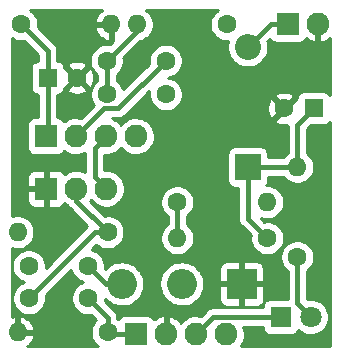
<source format=gtl>
G04 #@! TF.GenerationSoftware,KiCad,Pcbnew,(5.99.0-1101-g9de7547c2)*
G04 #@! TF.CreationDate,2020-03-12T16:30:10+02:00*
G04 #@! TF.ProjectId,cabeza-de-carne,63616265-7a61-42d6-9465-2d6361726e65,rev?*
G04 #@! TF.SameCoordinates,Original*
G04 #@! TF.FileFunction,Copper,L1,Top*
G04 #@! TF.FilePolarity,Positive*
%FSLAX46Y46*%
G04 Gerber Fmt 4.6, Leading zero omitted, Abs format (unit mm)*
G04 Created by KiCad (PCBNEW (5.99.0-1101-g9de7547c2)) date 2020-03-12 16:30:10*
%MOMM*%
%LPD*%
G01*
G04 APERTURE LIST*
%ADD10O,2.540000X2.540000*%
%ADD11R,2.540000X2.540000*%
%ADD12O,1.930400X1.930400*%
%ADD13R,1.930400X1.930400*%
%ADD14O,1.600000X1.600000*%
%ADD15C,1.600000*%
%ADD16O,2.200000X2.200000*%
%ADD17R,2.200000X2.200000*%
%ADD18C,1.800000*%
%ADD19R,1.800000X1.800000*%
%ADD20R,1.600000X1.600000*%
%ADD21C,0.381000*%
%ADD22C,0.254000*%
G04 APERTURE END LIST*
D10*
X232473501Y30289499D03*
X237553501Y30289499D03*
D11*
X242633501Y30289499D03*
D12*
X233680000Y42799000D03*
X231140000Y42799000D03*
X228600000Y42799000D03*
D13*
X226060000Y42799000D03*
D14*
X223647000Y26182999D03*
D15*
X231267000Y26182999D03*
D14*
X247332500Y40195500D03*
D15*
X247332500Y32575500D03*
D14*
X231584500Y52260500D03*
D15*
X223964500Y52260500D03*
D14*
X244792500Y37211000D03*
D15*
X237172500Y37211000D03*
D14*
X233743500Y52260500D03*
D15*
X241363500Y52260500D03*
D14*
X237172500Y34163000D03*
D15*
X244792500Y34163000D03*
D14*
X223647000Y34671000D03*
D15*
X231267000Y34671000D03*
D12*
X231140000Y38354000D03*
X228600000Y38354000D03*
D13*
X226060000Y38354000D03*
D12*
X249047000Y52324000D03*
D13*
X246507000Y52324000D03*
D12*
X241300000Y26035000D03*
X238760000Y26035000D03*
X236220000Y26035000D03*
D13*
X233680000Y26035000D03*
D16*
X243141500Y50355500D03*
D17*
X243141500Y40195500D03*
D18*
X248475500Y27495500D03*
D19*
X245935500Y27495500D03*
D15*
X246229500Y45148500D03*
D20*
X248729500Y45148500D03*
D15*
X228687000Y47752000D03*
D20*
X226187000Y47752000D03*
D15*
X229599500Y31813500D03*
X224599500Y31813500D03*
X236203500Y49196000D03*
X231203500Y49196000D03*
X231220000Y46338500D03*
X236220000Y46338500D03*
X224616000Y29083000D03*
X229616000Y29083000D03*
D21*
X232473501Y30289499D02*
X231123501Y30289499D01*
X231123501Y30289499D02*
X229599500Y31813500D01*
X238760000Y26035000D02*
X240220500Y27495500D01*
X240220500Y27495500D02*
X245935500Y27495500D01*
X237172500Y34163000D02*
X237172500Y37211000D01*
X226187000Y47752000D02*
X226187000Y42926000D01*
X226187000Y42926000D02*
X226060000Y42799000D01*
X231140000Y38354000D02*
X230174801Y39319199D01*
X230174801Y39319199D02*
X230174801Y41833801D01*
X230174801Y41833801D02*
X231140000Y42799000D01*
X247332500Y40195500D02*
X243141500Y40195500D01*
X231267000Y26182999D02*
X231267000Y27432000D01*
X231267000Y27432000D02*
X229616000Y29083000D01*
X233680000Y26035000D02*
X231414999Y26035000D01*
X231414999Y26035000D02*
X231267000Y26182999D01*
X247332500Y32575500D02*
X247332500Y28638500D01*
X247332500Y28638500D02*
X248475500Y27495500D01*
X247332500Y40195500D02*
X247332500Y43751500D01*
X247332500Y43751500D02*
X248729500Y45148500D01*
X243141500Y50355500D02*
X245110000Y52324000D01*
X245110000Y52324000D02*
X246507000Y52324000D01*
X243141500Y35814000D02*
X243141500Y40195500D01*
X244792500Y34163000D02*
X243141500Y35814000D01*
X226187000Y50038000D02*
X223964500Y52260500D01*
X226187000Y47752000D02*
X226187000Y50038000D01*
X235712000Y46435000D02*
X235728500Y46418500D01*
X231203500Y49196000D02*
X231203500Y46355000D01*
X228600000Y37338000D02*
X228600000Y38354000D01*
X231267000Y34671000D02*
X228600000Y37338000D01*
X230204000Y34671000D02*
X231267000Y34671000D01*
X224616000Y29083000D02*
X230204000Y34671000D01*
X233743500Y51736000D02*
X233743500Y52260500D01*
X231203500Y49196000D02*
X233743500Y51736000D01*
X232155499Y45147999D02*
X230948999Y45147999D01*
X230948999Y45147999D02*
X228600000Y42799000D01*
X236203500Y49196000D02*
X232155499Y45147999D01*
G36*
X240542632Y53442412D02*
G01*
X240533619Y53436101D01*
X240349866Y53281913D01*
X240342087Y53274134D01*
X240187899Y53090381D01*
X240181588Y53081368D01*
X240061652Y52873632D01*
X240057002Y52863660D01*
X239974960Y52638253D01*
X239972113Y52627626D01*
X239930459Y52391397D01*
X239929500Y52380436D01*
X239929500Y52140564D01*
X239930459Y52129603D01*
X239972113Y51893374D01*
X239974960Y51882747D01*
X240057002Y51657340D01*
X240061652Y51647368D01*
X240181588Y51439632D01*
X240187899Y51430619D01*
X240342087Y51246866D01*
X240349866Y51239087D01*
X240533619Y51084899D01*
X240542632Y51078588D01*
X240750368Y50958652D01*
X240760340Y50954002D01*
X240985747Y50871960D01*
X240996374Y50869113D01*
X241232603Y50827459D01*
X241243564Y50826500D01*
X241471302Y50826500D01*
X241451732Y50766269D01*
X241449421Y50756641D01*
X241408277Y50496873D01*
X241407500Y50487003D01*
X241407500Y50223997D01*
X241408277Y50214127D01*
X241449421Y49954359D01*
X241451732Y49944731D01*
X241533005Y49694598D01*
X241536794Y49685450D01*
X241656196Y49451110D01*
X241661369Y49442668D01*
X241815960Y49229892D01*
X241822390Y49222363D01*
X242008363Y49036390D01*
X242015892Y49029960D01*
X242228668Y48875369D01*
X242237110Y48870196D01*
X242471450Y48750794D01*
X242480598Y48747005D01*
X242730731Y48665732D01*
X242740359Y48663421D01*
X243000127Y48622277D01*
X243009997Y48621500D01*
X243273003Y48621500D01*
X243282873Y48622277D01*
X243542641Y48663421D01*
X243552269Y48665732D01*
X243802402Y48747005D01*
X243811550Y48750794D01*
X244045890Y48870196D01*
X244054332Y48875369D01*
X244267108Y49029960D01*
X244274637Y49036390D01*
X244460610Y49222363D01*
X244467040Y49229892D01*
X244621631Y49442668D01*
X244626804Y49451110D01*
X244746206Y49685450D01*
X244749995Y49694598D01*
X244831268Y49944731D01*
X244833579Y49954359D01*
X244874723Y50214127D01*
X244875500Y50223997D01*
X244875500Y50487003D01*
X244874723Y50496873D01*
X244833579Y50756641D01*
X244831268Y50766268D01*
X244804254Y50849408D01*
X244988183Y51033337D01*
X244989680Y51030462D01*
X245120790Y50874210D01*
X245137679Y50860039D01*
X245311920Y50759441D01*
X245332637Y50751900D01*
X245525338Y50717922D01*
X245536299Y50716963D01*
X247480458Y50716963D01*
X247496834Y50719119D01*
X247776059Y50793937D01*
X247800539Y50806680D01*
X247956790Y50937790D01*
X247970961Y50954679D01*
X248041025Y51076034D01*
X248233148Y50941508D01*
X248242077Y50936290D01*
X248469873Y50827149D01*
X248479535Y50823460D01*
X248722098Y50752988D01*
X248732232Y50750927D01*
X248834309Y50738754D01*
X248919000Y50813946D01*
X248919000Y52452000D01*
X249175000Y52452000D01*
X249175000Y50811699D01*
X249268412Y50736056D01*
X249503045Y50785930D01*
X249512950Y50788901D01*
X249748128Y50881067D01*
X249757415Y50885616D01*
X249974382Y51014954D01*
X249982801Y51020959D01*
X250064000Y51089578D01*
X250064000Y46297837D01*
X249950510Y46433090D01*
X249933621Y46447261D01*
X249759380Y46547859D01*
X249738663Y46555400D01*
X249545962Y46589378D01*
X249535001Y46590337D01*
X247921242Y46590337D01*
X247904866Y46588181D01*
X247625642Y46513363D01*
X247601162Y46500620D01*
X247444910Y46369510D01*
X247430739Y46352621D01*
X247330141Y46178380D01*
X247322600Y46157663D01*
X247296265Y46008306D01*
X247273344Y46011323D01*
X246140405Y44878385D01*
X245366677Y44104657D01*
X245382897Y43981447D01*
X245616368Y43846652D01*
X245626340Y43842002D01*
X245851747Y43759960D01*
X245862374Y43757113D01*
X246098603Y43715459D01*
X246109564Y43714500D01*
X246349436Y43714500D01*
X246360397Y43715459D01*
X246502854Y43740578D01*
X246500118Y43703751D01*
X246501339Y43685840D01*
X246506001Y43664001D01*
X246506000Y41373468D01*
X246502619Y41371101D01*
X246318866Y41216913D01*
X246311087Y41209134D01*
X246156899Y41025381D01*
X246154532Y41022000D01*
X244883337Y41022000D01*
X244883337Y41303758D01*
X244881181Y41320134D01*
X244806363Y41599359D01*
X244793620Y41623839D01*
X244662510Y41780090D01*
X244645621Y41794261D01*
X244471380Y41894859D01*
X244450663Y41902400D01*
X244257962Y41936378D01*
X244247001Y41937337D01*
X242033242Y41937337D01*
X242016866Y41935181D01*
X241737642Y41860363D01*
X241713162Y41847620D01*
X241556910Y41716510D01*
X241542739Y41699621D01*
X241442141Y41525380D01*
X241434600Y41504663D01*
X241400622Y41311962D01*
X241399663Y41301001D01*
X241399663Y39087242D01*
X241401819Y39070866D01*
X241476637Y38791642D01*
X241489380Y38767162D01*
X241620490Y38610910D01*
X241637379Y38596739D01*
X241811620Y38496141D01*
X241832337Y38488600D01*
X242025038Y38454622D01*
X242035999Y38453663D01*
X242315001Y38453663D01*
X242315000Y35906590D01*
X242311203Y35889809D01*
X242309763Y35871914D01*
X242315000Y35787505D01*
X242315000Y35759223D01*
X242315637Y35750281D01*
X242318588Y35729675D01*
X242323300Y35653726D01*
X242326940Y35636147D01*
X242335298Y35612994D01*
X242338788Y35588624D01*
X242343827Y35571392D01*
X242375331Y35502103D01*
X242401236Y35430344D01*
X242409896Y35414177D01*
X242423935Y35395205D01*
X242434308Y35372389D01*
X242443981Y35357264D01*
X242500830Y35291286D01*
X242513588Y35274046D01*
X242519691Y35266963D01*
X242534852Y35251803D01*
X242586680Y35191653D01*
X242600210Y35179851D01*
X242618950Y35167704D01*
X243379439Y34407214D01*
X243359459Y34293897D01*
X243358500Y34282936D01*
X243358500Y34043064D01*
X243359459Y34032103D01*
X243401113Y33795874D01*
X243403960Y33785247D01*
X243486002Y33559840D01*
X243490652Y33549868D01*
X243610588Y33342132D01*
X243616899Y33333119D01*
X243771087Y33149366D01*
X243778866Y33141587D01*
X243962619Y32987399D01*
X243971632Y32981088D01*
X244179368Y32861152D01*
X244189340Y32856502D01*
X244414747Y32774460D01*
X244425374Y32771613D01*
X244661603Y32729959D01*
X244672564Y32729000D01*
X244912436Y32729000D01*
X244923397Y32729959D01*
X245159626Y32771613D01*
X245170253Y32774460D01*
X245395660Y32856502D01*
X245405632Y32861152D01*
X245613368Y32981088D01*
X245622381Y32987399D01*
X245806134Y33141587D01*
X245813913Y33149366D01*
X245968101Y33333119D01*
X245974412Y33342132D01*
X246094348Y33549868D01*
X246098998Y33559840D01*
X246181040Y33785247D01*
X246183887Y33795874D01*
X246225541Y34032103D01*
X246226500Y34043064D01*
X246226500Y34282936D01*
X246225541Y34293897D01*
X246183887Y34530126D01*
X246181040Y34540753D01*
X246098998Y34766160D01*
X246094348Y34776132D01*
X245974412Y34983868D01*
X245968101Y34992881D01*
X245813913Y35176634D01*
X245806134Y35184413D01*
X245622381Y35338601D01*
X245613368Y35344912D01*
X245405632Y35464848D01*
X245395660Y35469498D01*
X245170253Y35551540D01*
X245159626Y35554387D01*
X244923397Y35596041D01*
X244912436Y35597000D01*
X244672564Y35597000D01*
X244661603Y35596041D01*
X244548286Y35576061D01*
X244237301Y35887046D01*
X244414747Y35822460D01*
X244425374Y35819613D01*
X244661603Y35777959D01*
X244672564Y35777000D01*
X244912436Y35777000D01*
X244923397Y35777959D01*
X245159626Y35819613D01*
X245170253Y35822460D01*
X245395660Y35904502D01*
X245405632Y35909152D01*
X245613368Y36029088D01*
X245622381Y36035399D01*
X245806134Y36189587D01*
X245813913Y36197366D01*
X245968101Y36381119D01*
X245974412Y36390132D01*
X246094348Y36597868D01*
X246098998Y36607840D01*
X246181040Y36833247D01*
X246183887Y36843874D01*
X246225541Y37080103D01*
X246226500Y37091064D01*
X246226500Y37330936D01*
X246225541Y37341897D01*
X246183887Y37578126D01*
X246181040Y37588753D01*
X246098998Y37814160D01*
X246094348Y37824132D01*
X245974412Y38031868D01*
X245968101Y38040881D01*
X245813913Y38224634D01*
X245806134Y38232413D01*
X245622381Y38386601D01*
X245613368Y38392912D01*
X245405632Y38512848D01*
X245395660Y38517498D01*
X245170253Y38599540D01*
X245159626Y38602387D01*
X244923397Y38644041D01*
X244912436Y38645000D01*
X244690945Y38645000D01*
X244726090Y38674490D01*
X244740261Y38691379D01*
X244840859Y38865620D01*
X244848400Y38886337D01*
X244882378Y39079038D01*
X244883337Y39089999D01*
X244883337Y39369000D01*
X246154532Y39369000D01*
X246156899Y39365619D01*
X246311087Y39181866D01*
X246318866Y39174087D01*
X246502619Y39019899D01*
X246511632Y39013588D01*
X246719368Y38893652D01*
X246729340Y38889002D01*
X246954747Y38806960D01*
X246965374Y38804113D01*
X247201603Y38762459D01*
X247212564Y38761500D01*
X247452436Y38761500D01*
X247463397Y38762459D01*
X247699626Y38804113D01*
X247710253Y38806960D01*
X247935660Y38889002D01*
X247945632Y38893652D01*
X248153368Y39013588D01*
X248162381Y39019899D01*
X248346134Y39174087D01*
X248353913Y39181866D01*
X248508101Y39365619D01*
X248514412Y39374632D01*
X248634348Y39582368D01*
X248638998Y39592340D01*
X248721040Y39817747D01*
X248723887Y39828374D01*
X248765541Y40064603D01*
X248766500Y40075564D01*
X248766500Y40315436D01*
X248765541Y40326397D01*
X248723887Y40562626D01*
X248721040Y40573253D01*
X248638998Y40798660D01*
X248634348Y40808632D01*
X248514412Y41016368D01*
X248508101Y41025381D01*
X248353913Y41209134D01*
X248346134Y41216913D01*
X248162381Y41371101D01*
X248159000Y41373468D01*
X248159000Y43409155D01*
X248456508Y43706663D01*
X249537758Y43706663D01*
X249554134Y43708819D01*
X249833359Y43783637D01*
X249857839Y43796380D01*
X250014090Y43927490D01*
X250028261Y43944379D01*
X250064000Y44006281D01*
X250064001Y25018000D01*
X242534526Y25018000D01*
X242599766Y25094656D01*
X242605801Y25103054D01*
X242735895Y25319569D01*
X242740477Y25328839D01*
X242833463Y25563694D01*
X242836470Y25573589D01*
X242890011Y25821231D01*
X242891418Y25833031D01*
X242899385Y26158987D01*
X242898556Y26170842D01*
X242857175Y26420803D01*
X242854655Y26430833D01*
X242773576Y26669000D01*
X244393663Y26669000D01*
X244393663Y26587242D01*
X244395819Y26570866D01*
X244470637Y26291642D01*
X244483380Y26267162D01*
X244614490Y26110910D01*
X244631379Y26096739D01*
X244805620Y25996141D01*
X244826337Y25988600D01*
X245019038Y25954622D01*
X245029999Y25953663D01*
X246843758Y25953663D01*
X246860134Y25955819D01*
X247139359Y26030637D01*
X247163839Y26043380D01*
X247320090Y26174490D01*
X247334261Y26191379D01*
X247433721Y26363650D01*
X247440687Y26356206D01*
X247448612Y26349058D01*
X247647441Y26198139D01*
X247656457Y26192429D01*
X247877871Y26077168D01*
X247887720Y26073058D01*
X248125389Y25996751D01*
X248135790Y25994360D01*
X248382917Y25959188D01*
X248393572Y25958583D01*
X248643093Y25965552D01*
X248653698Y25966751D01*
X248898477Y26015663D01*
X248908728Y26018632D01*
X249141767Y26108087D01*
X249151371Y26112740D01*
X249366006Y26240181D01*
X249374688Y26246386D01*
X249564783Y26408169D01*
X249572296Y26415748D01*
X249732414Y26607246D01*
X249738542Y26615983D01*
X249864106Y26831721D01*
X249868675Y26841366D01*
X249956093Y27075177D01*
X249958971Y27085454D01*
X250005802Y27330947D01*
X250006917Y27342170D01*
X250009578Y27619402D01*
X250008679Y27630644D01*
X249966570Y27876992D01*
X249963889Y27887322D01*
X249880976Y28122768D01*
X249876592Y28132499D01*
X249755194Y28350608D01*
X249749234Y28359461D01*
X249592822Y28553998D01*
X249585456Y28561720D01*
X249398503Y28727122D01*
X249389940Y28733493D01*
X249177791Y28865030D01*
X249168278Y28869867D01*
X248937000Y28963779D01*
X248926808Y28966944D01*
X248683013Y29020546D01*
X248672434Y29021948D01*
X248423092Y29033706D01*
X248412428Y29033306D01*
X248164670Y29002886D01*
X248159000Y29001696D01*
X248159000Y31397532D01*
X248162381Y31399899D01*
X248346134Y31554087D01*
X248353913Y31561866D01*
X248508101Y31745619D01*
X248514412Y31754632D01*
X248634348Y31962368D01*
X248638998Y31972340D01*
X248721040Y32197747D01*
X248723887Y32208374D01*
X248765541Y32444603D01*
X248766500Y32455564D01*
X248766500Y32695436D01*
X248765541Y32706397D01*
X248723887Y32942626D01*
X248721040Y32953253D01*
X248638998Y33178660D01*
X248634348Y33188632D01*
X248514412Y33396368D01*
X248508101Y33405381D01*
X248353913Y33589134D01*
X248346134Y33596913D01*
X248162381Y33751101D01*
X248153368Y33757412D01*
X247945632Y33877348D01*
X247935660Y33881998D01*
X247710253Y33964040D01*
X247699626Y33966887D01*
X247463397Y34008541D01*
X247452436Y34009500D01*
X247212564Y34009500D01*
X247201603Y34008541D01*
X246965374Y33966887D01*
X246954747Y33964040D01*
X246729340Y33881998D01*
X246719368Y33877348D01*
X246511632Y33757412D01*
X246502619Y33751101D01*
X246318866Y33596913D01*
X246311087Y33589134D01*
X246156899Y33405381D01*
X246150588Y33396368D01*
X246030652Y33188632D01*
X246026002Y33178660D01*
X245943960Y32953253D01*
X245941113Y32942626D01*
X245899459Y32706397D01*
X245898500Y32695436D01*
X245898500Y32455564D01*
X245899459Y32444603D01*
X245941113Y32208374D01*
X245943960Y32197747D01*
X246026002Y31972340D01*
X246030652Y31962368D01*
X246150588Y31754632D01*
X246156899Y31745619D01*
X246311087Y31561866D01*
X246318866Y31554087D01*
X246502619Y31399899D01*
X246506000Y31397532D01*
X246506001Y29037337D01*
X245027242Y29037337D01*
X245010866Y29035181D01*
X244731642Y28960363D01*
X244707162Y28947620D01*
X244550910Y28816510D01*
X244536739Y28799621D01*
X244436141Y28625380D01*
X244428600Y28604663D01*
X244394622Y28411962D01*
X244393663Y28401001D01*
X244393663Y28322000D01*
X240313090Y28322000D01*
X240296309Y28325797D01*
X240278414Y28327237D01*
X240194005Y28322000D01*
X240165722Y28322000D01*
X240156780Y28321363D01*
X240136174Y28318412D01*
X240060225Y28313700D01*
X240042646Y28310060D01*
X240019493Y28301702D01*
X239995123Y28298212D01*
X239977891Y28293173D01*
X239908602Y28261669D01*
X239836843Y28235764D01*
X239820676Y28227104D01*
X239801704Y28213065D01*
X239778888Y28202692D01*
X239763763Y28193019D01*
X239697791Y28136174D01*
X239680546Y28123413D01*
X239673462Y28117309D01*
X239658298Y28102144D01*
X239598153Y28050320D01*
X239586351Y28036791D01*
X239574203Y28018049D01*
X239143885Y27587731D01*
X239046423Y27613481D01*
X239036242Y27615294D01*
X238784770Y27639065D01*
X238774429Y27639192D01*
X238522451Y27621571D01*
X238512229Y27620007D01*
X238266513Y27561469D01*
X238256683Y27558257D01*
X238023827Y27460373D01*
X238014654Y27455598D01*
X237800912Y27320997D01*
X237792642Y27314788D01*
X237603754Y27147086D01*
X237596609Y27139609D01*
X237489627Y27007497D01*
X237410031Y27110854D01*
X237403072Y27118503D01*
X237218337Y27290771D01*
X237210221Y27297181D01*
X236999832Y27436964D01*
X236990778Y27441962D01*
X236760383Y27545505D01*
X236750634Y27548957D01*
X236506423Y27613481D01*
X236496242Y27615294D01*
X236430402Y27621518D01*
X236348000Y27546539D01*
X236348000Y25907000D01*
X236092000Y25907000D01*
X236092000Y27550043D01*
X235996184Y27625714D01*
X235726513Y27561469D01*
X235716683Y27558257D01*
X235483827Y27460373D01*
X235474654Y27455598D01*
X235260912Y27320997D01*
X235252642Y27314788D01*
X235215923Y27282188D01*
X235210063Y27304059D01*
X235197320Y27328539D01*
X235066210Y27484790D01*
X235049321Y27498961D01*
X234875080Y27599559D01*
X234854363Y27607100D01*
X234661662Y27641078D01*
X234650701Y27642037D01*
X232706542Y27642037D01*
X232690166Y27639881D01*
X232410942Y27565063D01*
X232386462Y27552320D01*
X232230210Y27421210D01*
X232216039Y27404321D01*
X232159369Y27306166D01*
X232097452Y27358121D01*
X232098737Y27374086D01*
X232093500Y27458495D01*
X232093500Y27486778D01*
X232092863Y27495720D01*
X232089912Y27516326D01*
X232085200Y27592275D01*
X232081560Y27609854D01*
X232073202Y27633007D01*
X232069712Y27657377D01*
X232064673Y27674609D01*
X232033169Y27743898D01*
X232007264Y27815656D01*
X231998605Y27831823D01*
X231984566Y27850795D01*
X231974191Y27873613D01*
X231964519Y27888738D01*
X231907676Y27954707D01*
X231894914Y27971954D01*
X231888810Y27979037D01*
X231873639Y27994208D01*
X231821820Y28054347D01*
X231808291Y28066149D01*
X231789556Y28078292D01*
X231029061Y28838786D01*
X231049041Y28952103D01*
X231050000Y28963064D01*
X231050000Y29024746D01*
X231126227Y28937057D01*
X231132868Y28930474D01*
X231340930Y28752772D01*
X231348470Y28747243D01*
X231580512Y28602247D01*
X231588787Y28597894D01*
X231839713Y28488788D01*
X231848541Y28485705D01*
X232112836Y28414888D01*
X232122022Y28413144D01*
X232393883Y28382170D01*
X232403226Y28381803D01*
X232676679Y28391351D01*
X232685974Y28392369D01*
X232955011Y28442233D01*
X232964053Y28444614D01*
X233222765Y28533695D01*
X233231356Y28537386D01*
X233474060Y28663729D01*
X233482012Y28668650D01*
X233703373Y28829479D01*
X233710510Y28835520D01*
X233905669Y29027302D01*
X233911834Y29034333D01*
X234076503Y29252855D01*
X234081561Y29260719D01*
X234212121Y29501180D01*
X234215961Y29509705D01*
X234309544Y29766824D01*
X234312082Y29775823D01*
X234366798Y30044758D01*
X234368044Y30055690D01*
X234371890Y30202580D01*
X235646490Y30202580D01*
X235646938Y30193240D01*
X235680285Y29921660D01*
X235682109Y29912489D01*
X235755230Y29648822D01*
X235758390Y29640021D01*
X235869681Y29390057D01*
X235874107Y29381820D01*
X236021122Y29151052D01*
X236026716Y29143560D01*
X236206227Y28937057D01*
X236212868Y28930474D01*
X236420930Y28752772D01*
X236428470Y28747243D01*
X236660512Y28602247D01*
X236668787Y28597894D01*
X236919713Y28488788D01*
X236928541Y28485705D01*
X237192836Y28414888D01*
X237202022Y28413144D01*
X237473883Y28382170D01*
X237483226Y28381803D01*
X237756679Y28391351D01*
X237765974Y28392369D01*
X238035011Y28442233D01*
X238044053Y28444614D01*
X238302765Y28533695D01*
X238311356Y28537386D01*
X238554060Y28663729D01*
X238562012Y28668650D01*
X238783373Y28829479D01*
X238790510Y28835520D01*
X238985669Y29027302D01*
X238991834Y29034333D01*
X239156503Y29252855D01*
X239161561Y29260719D01*
X239292121Y29501180D01*
X239295961Y29509705D01*
X239389544Y29766824D01*
X239392082Y29775823D01*
X239446798Y30044758D01*
X239448044Y30055690D01*
X239448881Y30087691D01*
X240721664Y30087691D01*
X240721664Y29011241D01*
X240723820Y28994865D01*
X240798638Y28715641D01*
X240811381Y28691161D01*
X240942491Y28534909D01*
X240959380Y28520738D01*
X241133621Y28420140D01*
X241154338Y28412599D01*
X241347039Y28378621D01*
X241358000Y28377662D01*
X242431692Y28377662D01*
X242505501Y28451471D01*
X242761500Y28451471D01*
X242835309Y28377662D01*
X243911759Y28377662D01*
X243928135Y28379818D01*
X244207360Y28454636D01*
X244231840Y28467379D01*
X244388091Y28598489D01*
X244402262Y28615378D01*
X244502860Y28789619D01*
X244510401Y28810336D01*
X244544379Y29003037D01*
X244545338Y29013998D01*
X244545338Y30087690D01*
X244471529Y30161499D01*
X242835310Y30161500D01*
X242761501Y30087691D01*
X242761500Y28451471D01*
X242505501Y28451471D01*
X242505502Y30087690D01*
X242431693Y30161499D01*
X240795473Y30161500D01*
X240721664Y30087691D01*
X239448881Y30087691D01*
X239457684Y30423834D01*
X239457012Y30434816D01*
X239416447Y30706247D01*
X239414383Y30715367D01*
X239334384Y30977031D01*
X239330995Y30985746D01*
X239213199Y31232710D01*
X239208559Y31240828D01*
X239055553Y31467668D01*
X239049765Y31475011D01*
X238967306Y31565000D01*
X240721664Y31565000D01*
X240721664Y30491308D01*
X240795473Y30417499D01*
X242431692Y30417498D01*
X242505501Y30491307D01*
X242505501Y30491308D01*
X242761500Y30491308D01*
X242835309Y30417499D01*
X244471529Y30417498D01*
X244545338Y30491307D01*
X244545338Y31567757D01*
X244543182Y31584133D01*
X244468364Y31863358D01*
X244455621Y31887838D01*
X244324511Y32044089D01*
X244307622Y32058260D01*
X244133381Y32158858D01*
X244112664Y32166399D01*
X243919963Y32200377D01*
X243909002Y32201336D01*
X242835310Y32201336D01*
X242761501Y32127527D01*
X242761500Y30491308D01*
X242505501Y30491308D01*
X242505502Y32127527D01*
X242431693Y32201336D01*
X241355243Y32201336D01*
X241338867Y32199180D01*
X241059643Y32124362D01*
X241035163Y32111619D01*
X240878911Y31980509D01*
X240864740Y31963620D01*
X240764142Y31789379D01*
X240756601Y31768662D01*
X240722623Y31575961D01*
X240721664Y31565000D01*
X238967306Y31565000D01*
X238864911Y31676745D01*
X238858100Y31683152D01*
X238645458Y31855346D01*
X238637775Y31860675D01*
X238402016Y31999548D01*
X238393630Y32003684D01*
X238139934Y32106183D01*
X238131029Y32109033D01*
X237864971Y32172909D01*
X237855742Y32174412D01*
X237583164Y32198259D01*
X237573814Y32198381D01*
X237300705Y32181678D01*
X237291440Y32180417D01*
X237023800Y32123528D01*
X237014823Y32120911D01*
X236758532Y32025088D01*
X236750040Y32021174D01*
X236510727Y31888520D01*
X236502907Y31883394D01*
X236285831Y31716824D01*
X236278855Y31710598D01*
X236088783Y31513773D01*
X236082804Y31506584D01*
X235923913Y31283826D01*
X235919062Y31275832D01*
X235794842Y31032036D01*
X235791226Y31023413D01*
X235704405Y30763934D01*
X235702103Y30754871D01*
X235654589Y30485409D01*
X235653653Y30476105D01*
X235646490Y30202580D01*
X234371890Y30202580D01*
X234377684Y30423834D01*
X234377012Y30434816D01*
X234336447Y30706247D01*
X234334383Y30715367D01*
X234254384Y30977031D01*
X234250995Y30985746D01*
X234133199Y31232710D01*
X234128559Y31240828D01*
X233975553Y31467668D01*
X233969765Y31475011D01*
X233784911Y31676745D01*
X233778100Y31683152D01*
X233565458Y31855346D01*
X233557775Y31860675D01*
X233322016Y31999548D01*
X233313630Y32003684D01*
X233059934Y32106183D01*
X233051029Y32109033D01*
X232784971Y32172909D01*
X232775742Y32174412D01*
X232503164Y32198259D01*
X232493814Y32198381D01*
X232220705Y32181678D01*
X232211440Y32180417D01*
X231943800Y32123528D01*
X231934823Y32120911D01*
X231678532Y32025088D01*
X231670040Y32021174D01*
X231430727Y31888520D01*
X231422907Y31883394D01*
X231205831Y31716824D01*
X231198855Y31710598D01*
X231037911Y31543935D01*
X231012560Y31569286D01*
X231032541Y31682603D01*
X231033500Y31693564D01*
X231033500Y31933436D01*
X231032541Y31944397D01*
X230990887Y32180626D01*
X230988040Y32191253D01*
X230905998Y32416660D01*
X230901348Y32426632D01*
X230781412Y32634368D01*
X230775101Y32643381D01*
X230620913Y32827134D01*
X230613134Y32834913D01*
X230429381Y32989101D01*
X230420368Y32995412D01*
X230212632Y33115348D01*
X230202660Y33119998D01*
X229977253Y33202040D01*
X229966626Y33204887D01*
X229915711Y33213865D01*
X230306689Y33604843D01*
X230437119Y33495399D01*
X230446132Y33489088D01*
X230653868Y33369152D01*
X230663840Y33364502D01*
X230889247Y33282460D01*
X230899874Y33279613D01*
X231136103Y33237959D01*
X231147064Y33237000D01*
X231386936Y33237000D01*
X231397897Y33237959D01*
X231634126Y33279613D01*
X231644753Y33282460D01*
X231870160Y33364502D01*
X231880132Y33369152D01*
X232087868Y33489088D01*
X232096881Y33495399D01*
X232280634Y33649587D01*
X232288413Y33657366D01*
X232442601Y33841119D01*
X232448912Y33850132D01*
X232568848Y34057868D01*
X232573498Y34067840D01*
X232655540Y34293247D01*
X232658387Y34303874D01*
X232700041Y34540103D01*
X232701000Y34551064D01*
X232701000Y34790936D01*
X232700041Y34801897D01*
X232658387Y35038126D01*
X232655540Y35048753D01*
X232573498Y35274160D01*
X232568848Y35284132D01*
X232448912Y35491868D01*
X232442601Y35500881D01*
X232288413Y35684634D01*
X232280634Y35692413D01*
X232096881Y35846601D01*
X232087868Y35852912D01*
X231880132Y35972848D01*
X231870160Y35977498D01*
X231644753Y36059540D01*
X231634126Y36062387D01*
X231397897Y36104041D01*
X231386936Y36105000D01*
X231147064Y36105000D01*
X231136103Y36104041D01*
X231022787Y36084061D01*
X229804788Y37302058D01*
X229871060Y37379927D01*
X229924038Y37307542D01*
X229930809Y37299725D01*
X230111280Y37122996D01*
X230119237Y37116390D01*
X230326148Y36971508D01*
X230335077Y36966290D01*
X230562873Y36857149D01*
X230572535Y36853460D01*
X230815098Y36782988D01*
X230825232Y36780927D01*
X231076048Y36751019D01*
X231086382Y36750640D01*
X231338714Y36762098D01*
X231348972Y36763412D01*
X231596045Y36815930D01*
X231605950Y36818901D01*
X231841128Y36911067D01*
X231850415Y36915616D01*
X232067382Y37044954D01*
X232075801Y37050959D01*
X232268730Y37213997D01*
X232276055Y37221297D01*
X232369365Y37330936D01*
X235738500Y37330936D01*
X235738500Y37091064D01*
X235739459Y37080103D01*
X235781113Y36843874D01*
X235783960Y36833247D01*
X235866002Y36607840D01*
X235870652Y36597868D01*
X235990588Y36390132D01*
X235996899Y36381119D01*
X236151087Y36197366D01*
X236158866Y36189587D01*
X236342619Y36035399D01*
X236346001Y36033031D01*
X236346000Y35340968D01*
X236342619Y35338601D01*
X236158866Y35184413D01*
X236151087Y35176634D01*
X235996899Y34992881D01*
X235990588Y34983868D01*
X235870652Y34776132D01*
X235866002Y34766160D01*
X235783960Y34540753D01*
X235781113Y34530126D01*
X235739459Y34293897D01*
X235738500Y34282936D01*
X235738500Y34043064D01*
X235739459Y34032103D01*
X235781113Y33795874D01*
X235783960Y33785247D01*
X235866002Y33559840D01*
X235870652Y33549868D01*
X235990588Y33342132D01*
X235996899Y33333119D01*
X236151087Y33149366D01*
X236158866Y33141587D01*
X236342619Y32987399D01*
X236351632Y32981088D01*
X236559368Y32861152D01*
X236569340Y32856502D01*
X236794747Y32774460D01*
X236805374Y32771613D01*
X237041603Y32729959D01*
X237052564Y32729000D01*
X237292436Y32729000D01*
X237303397Y32729959D01*
X237539626Y32771613D01*
X237550253Y32774460D01*
X237775660Y32856502D01*
X237785632Y32861152D01*
X237993368Y32981088D01*
X238002381Y32987399D01*
X238186134Y33141587D01*
X238193913Y33149366D01*
X238348101Y33333119D01*
X238354412Y33342132D01*
X238474348Y33549868D01*
X238478998Y33559840D01*
X238561040Y33785247D01*
X238563887Y33795874D01*
X238605541Y34032103D01*
X238606500Y34043064D01*
X238606500Y34282936D01*
X238605541Y34293897D01*
X238563887Y34530126D01*
X238561040Y34540753D01*
X238478998Y34766160D01*
X238474348Y34776132D01*
X238354412Y34983868D01*
X238348101Y34992881D01*
X238193913Y35176634D01*
X238186134Y35184413D01*
X238002381Y35338601D01*
X237999000Y35340968D01*
X237999000Y36033032D01*
X238002381Y36035399D01*
X238186134Y36189587D01*
X238193913Y36197366D01*
X238348101Y36381119D01*
X238354412Y36390132D01*
X238474348Y36597868D01*
X238478998Y36607840D01*
X238561040Y36833247D01*
X238563887Y36843874D01*
X238605541Y37080103D01*
X238606500Y37091064D01*
X238606500Y37330936D01*
X238605541Y37341897D01*
X238563887Y37578126D01*
X238561040Y37588753D01*
X238478998Y37814160D01*
X238474348Y37824132D01*
X238354412Y38031868D01*
X238348101Y38040881D01*
X238193913Y38224634D01*
X238186134Y38232413D01*
X238002381Y38386601D01*
X237993368Y38392912D01*
X237785632Y38512848D01*
X237775660Y38517498D01*
X237550253Y38599540D01*
X237539626Y38602387D01*
X237303397Y38644041D01*
X237292436Y38645000D01*
X237052564Y38645000D01*
X237041603Y38644041D01*
X236805374Y38602387D01*
X236794747Y38599540D01*
X236569340Y38517498D01*
X236559368Y38512848D01*
X236351632Y38392912D01*
X236342619Y38386601D01*
X236158866Y38232413D01*
X236151087Y38224634D01*
X235996899Y38040881D01*
X235990588Y38031868D01*
X235870652Y37824132D01*
X235866002Y37814160D01*
X235783960Y37588753D01*
X235781113Y37578126D01*
X235739459Y37341897D01*
X235738500Y37330936D01*
X232369365Y37330936D01*
X232439766Y37413656D01*
X232445801Y37422054D01*
X232575895Y37638569D01*
X232580477Y37647839D01*
X232673463Y37882694D01*
X232676470Y37892589D01*
X232730011Y38140231D01*
X232731418Y38152031D01*
X232739385Y38477987D01*
X232738556Y38489842D01*
X232697175Y38739803D01*
X232694655Y38749833D01*
X232613253Y38988950D01*
X232609130Y38998434D01*
X232489767Y39221045D01*
X232484149Y39229729D01*
X232330031Y39429854D01*
X232323072Y39437503D01*
X232138337Y39609771D01*
X232130221Y39616181D01*
X231919832Y39755964D01*
X231910778Y39760962D01*
X231680383Y39864505D01*
X231670634Y39867957D01*
X231426423Y39932481D01*
X231416242Y39934294D01*
X231164770Y39958065D01*
X231154429Y39958192D01*
X231001301Y39947484D01*
X231001301Y41204932D01*
X231076048Y41196019D01*
X231086382Y41195640D01*
X231338714Y41207098D01*
X231348972Y41208412D01*
X231596045Y41260930D01*
X231605950Y41263901D01*
X231841128Y41356067D01*
X231850415Y41360616D01*
X232067382Y41489954D01*
X232075801Y41495959D01*
X232268730Y41658997D01*
X232276055Y41666297D01*
X232411060Y41824927D01*
X232464038Y41752542D01*
X232470809Y41744725D01*
X232651280Y41567996D01*
X232659237Y41561390D01*
X232866148Y41416508D01*
X232875077Y41411290D01*
X233102873Y41302149D01*
X233112535Y41298460D01*
X233355098Y41227988D01*
X233365232Y41225927D01*
X233616048Y41196019D01*
X233626382Y41195640D01*
X233878714Y41207098D01*
X233888972Y41208412D01*
X234136045Y41260930D01*
X234145950Y41263901D01*
X234381128Y41356067D01*
X234390415Y41360616D01*
X234607382Y41489954D01*
X234615801Y41495959D01*
X234808730Y41658997D01*
X234816055Y41666297D01*
X234979766Y41858656D01*
X234985801Y41867054D01*
X235115895Y42083569D01*
X235120477Y42092839D01*
X235213463Y42327694D01*
X235216470Y42337589D01*
X235270011Y42585231D01*
X235271418Y42597031D01*
X235279385Y42922987D01*
X235278556Y42934842D01*
X235237175Y43184803D01*
X235234655Y43194833D01*
X235153253Y43433950D01*
X235149130Y43443434D01*
X235029767Y43666045D01*
X235024149Y43674729D01*
X234870031Y43874854D01*
X234863072Y43882503D01*
X234678337Y44054771D01*
X234670221Y44061181D01*
X234459832Y44200964D01*
X234450778Y44205962D01*
X234220383Y44309505D01*
X234210634Y44312957D01*
X233966423Y44377481D01*
X233956242Y44379294D01*
X233704770Y44403065D01*
X233694429Y44403192D01*
X233442451Y44385571D01*
X233432229Y44384007D01*
X233186513Y44325469D01*
X233176683Y44322257D01*
X232943827Y44224373D01*
X232934654Y44219598D01*
X232720912Y44084997D01*
X232712642Y44078788D01*
X232523754Y43911086D01*
X232516609Y43903609D01*
X232409627Y43771497D01*
X232330031Y43874854D01*
X232323072Y43882503D01*
X232138337Y44054771D01*
X232130221Y44061181D01*
X231919832Y44200964D01*
X231910778Y44205962D01*
X231680383Y44309505D01*
X231670634Y44312957D01*
X231638304Y44321499D01*
X232062908Y44321499D01*
X232079689Y44317702D01*
X232097585Y44316262D01*
X232181994Y44321499D01*
X232210277Y44321499D01*
X232219218Y44322136D01*
X232239824Y44325086D01*
X232315773Y44329799D01*
X232333353Y44333440D01*
X232356500Y44341796D01*
X232380875Y44345287D01*
X232398108Y44350326D01*
X232467395Y44381830D01*
X232539154Y44407735D01*
X232555322Y44416395D01*
X232574291Y44430432D01*
X232597111Y44440807D01*
X232612236Y44450480D01*
X232678216Y44507332D01*
X232695453Y44520087D01*
X232702536Y44526190D01*
X232717693Y44541348D01*
X232777846Y44593179D01*
X232789648Y44606708D01*
X232801798Y44625453D01*
X234817190Y46640844D01*
X234786959Y46469397D01*
X234786000Y46458436D01*
X234786000Y46218564D01*
X234786959Y46207603D01*
X234828613Y45971374D01*
X234831460Y45960747D01*
X234913502Y45735340D01*
X234918152Y45725368D01*
X235038088Y45517632D01*
X235044399Y45508619D01*
X235198587Y45324866D01*
X235206366Y45317087D01*
X235390119Y45162899D01*
X235399132Y45156588D01*
X235606868Y45036652D01*
X235616840Y45032002D01*
X235842247Y44949960D01*
X235852874Y44947113D01*
X236089103Y44905459D01*
X236100064Y44904500D01*
X236339936Y44904500D01*
X236350897Y44905459D01*
X236587126Y44947113D01*
X236597753Y44949960D01*
X236823160Y45032002D01*
X236833132Y45036652D01*
X237040868Y45156588D01*
X237049881Y45162899D01*
X237175654Y45268436D01*
X244795500Y45268436D01*
X244795500Y45028564D01*
X244796459Y45017603D01*
X244838113Y44781374D01*
X244840960Y44770747D01*
X244923002Y44545340D01*
X244927652Y44535368D01*
X245062447Y44301897D01*
X245185656Y44285677D01*
X245996290Y45096309D01*
X245996290Y45200691D01*
X245185656Y46011323D01*
X245062447Y45995103D01*
X244927652Y45761632D01*
X244923002Y45751660D01*
X244840960Y45526253D01*
X244838113Y45515626D01*
X244796459Y45279397D01*
X244795500Y45268436D01*
X237175654Y45268436D01*
X237233634Y45317087D01*
X237241413Y45324866D01*
X237395601Y45508619D01*
X237401912Y45517632D01*
X237521848Y45725368D01*
X237526498Y45735340D01*
X237608540Y45960747D01*
X237611387Y45971374D01*
X237650350Y46192344D01*
X245366677Y46192344D01*
X246177309Y45381710D01*
X246281691Y45381710D01*
X247092323Y46192344D01*
X247076103Y46315553D01*
X246842632Y46450348D01*
X246832660Y46454998D01*
X246607253Y46537040D01*
X246596626Y46539887D01*
X246360397Y46581541D01*
X246349436Y46582500D01*
X246109564Y46582500D01*
X246098603Y46581541D01*
X245862374Y46539887D01*
X245851747Y46537040D01*
X245626340Y46454998D01*
X245616368Y46450348D01*
X245382897Y46315553D01*
X245366677Y46192344D01*
X237650350Y46192344D01*
X237653041Y46207603D01*
X237654000Y46218564D01*
X237654000Y46458436D01*
X237653041Y46469397D01*
X237611387Y46705626D01*
X237608540Y46716253D01*
X237526498Y46941660D01*
X237521848Y46951632D01*
X237401912Y47159368D01*
X237395601Y47168381D01*
X237241413Y47352134D01*
X237233634Y47359913D01*
X237049881Y47514101D01*
X237040868Y47520412D01*
X236833132Y47640348D01*
X236823160Y47644998D01*
X236597753Y47727040D01*
X236587126Y47729887D01*
X236366982Y47768705D01*
X236570626Y47804613D01*
X236581253Y47807460D01*
X236806660Y47889502D01*
X236816632Y47894152D01*
X237024368Y48014088D01*
X237033381Y48020399D01*
X237217134Y48174587D01*
X237224913Y48182366D01*
X237379101Y48366119D01*
X237385412Y48375132D01*
X237505348Y48582868D01*
X237509998Y48592840D01*
X237592040Y48818247D01*
X237594887Y48828874D01*
X237636541Y49065103D01*
X237637500Y49076064D01*
X237637500Y49315936D01*
X237636541Y49326897D01*
X237594887Y49563126D01*
X237592040Y49573753D01*
X237509998Y49799160D01*
X237505348Y49809132D01*
X237385412Y50016868D01*
X237379101Y50025881D01*
X237224913Y50209634D01*
X237217134Y50217413D01*
X237033381Y50371601D01*
X237024368Y50377912D01*
X236816632Y50497848D01*
X236806660Y50502498D01*
X236581253Y50584540D01*
X236570626Y50587387D01*
X236334397Y50629041D01*
X236323436Y50630000D01*
X236083564Y50630000D01*
X236072603Y50629041D01*
X235836374Y50587387D01*
X235825747Y50584540D01*
X235600340Y50502498D01*
X235590368Y50497848D01*
X235382632Y50377912D01*
X235373619Y50371601D01*
X235189866Y50217413D01*
X235182087Y50209634D01*
X235027899Y50025881D01*
X235021588Y50016868D01*
X234901652Y49809132D01*
X234897002Y49799160D01*
X234814960Y49573753D01*
X234812113Y49563126D01*
X234770459Y49326897D01*
X234769500Y49315936D01*
X234769500Y49076064D01*
X234770459Y49065103D01*
X234790440Y48951786D01*
X232594228Y46755573D01*
X232526498Y46941660D01*
X232521848Y46951632D01*
X232401912Y47159368D01*
X232395601Y47168381D01*
X232241413Y47352134D01*
X232233634Y47359913D01*
X232049881Y47514101D01*
X232040868Y47520412D01*
X232030000Y47526687D01*
X232030000Y48018032D01*
X232033381Y48020399D01*
X232217134Y48174587D01*
X232224913Y48182366D01*
X232379101Y48366119D01*
X232385412Y48375132D01*
X232505348Y48582868D01*
X232509998Y48592840D01*
X232592040Y48818247D01*
X232594887Y48828874D01*
X232636541Y49065103D01*
X232637500Y49076064D01*
X232637500Y49315936D01*
X232636541Y49326897D01*
X232616560Y49440214D01*
X234031508Y50855162D01*
X234110626Y50869113D01*
X234121253Y50871960D01*
X234346660Y50954002D01*
X234356632Y50958652D01*
X234564368Y51078588D01*
X234573381Y51084899D01*
X234757134Y51239087D01*
X234764913Y51246866D01*
X234919101Y51430619D01*
X234925412Y51439632D01*
X235045348Y51647368D01*
X235049998Y51657340D01*
X235132040Y51882747D01*
X235134887Y51893374D01*
X235176541Y52129603D01*
X235177500Y52140564D01*
X235177500Y52380436D01*
X235176541Y52391397D01*
X235134887Y52627626D01*
X235132040Y52638253D01*
X235049998Y52863660D01*
X235045348Y52873632D01*
X234925412Y53081368D01*
X234919101Y53090381D01*
X234764913Y53274134D01*
X234757134Y53281913D01*
X234573381Y53436101D01*
X234564368Y53442412D01*
X234520048Y53468000D01*
X240586952Y53468000D01*
X240542632Y53442412D01*
G37*
D22*
X240542632Y53442412D02*
X240533619Y53436101D01*
X240349866Y53281913D01*
X240342087Y53274134D01*
X240187899Y53090381D01*
X240181588Y53081368D01*
X240061652Y52873632D01*
X240057002Y52863660D01*
X239974960Y52638253D01*
X239972113Y52627626D01*
X239930459Y52391397D01*
X239929500Y52380436D01*
X239929500Y52140564D01*
X239930459Y52129603D01*
X239972113Y51893374D01*
X239974960Y51882747D01*
X240057002Y51657340D01*
X240061652Y51647368D01*
X240181588Y51439632D01*
X240187899Y51430619D01*
X240342087Y51246866D01*
X240349866Y51239087D01*
X240533619Y51084899D01*
X240542632Y51078588D01*
X240750368Y50958652D01*
X240760340Y50954002D01*
X240985747Y50871960D01*
X240996374Y50869113D01*
X241232603Y50827459D01*
X241243564Y50826500D01*
X241471302Y50826500D01*
X241451732Y50766269D01*
X241449421Y50756641D01*
X241408277Y50496873D01*
X241407500Y50487003D01*
X241407500Y50223997D01*
X241408277Y50214127D01*
X241449421Y49954359D01*
X241451732Y49944731D01*
X241533005Y49694598D01*
X241536794Y49685450D01*
X241656196Y49451110D01*
X241661369Y49442668D01*
X241815960Y49229892D01*
X241822390Y49222363D01*
X242008363Y49036390D01*
X242015892Y49029960D01*
X242228668Y48875369D01*
X242237110Y48870196D01*
X242471450Y48750794D01*
X242480598Y48747005D01*
X242730731Y48665732D01*
X242740359Y48663421D01*
X243000127Y48622277D01*
X243009997Y48621500D01*
X243273003Y48621500D01*
X243282873Y48622277D01*
X243542641Y48663421D01*
X243552269Y48665732D01*
X243802402Y48747005D01*
X243811550Y48750794D01*
X244045890Y48870196D01*
X244054332Y48875369D01*
X244267108Y49029960D01*
X244274637Y49036390D01*
X244460610Y49222363D01*
X244467040Y49229892D01*
X244621631Y49442668D01*
X244626804Y49451110D01*
X244746206Y49685450D01*
X244749995Y49694598D01*
X244831268Y49944731D01*
X244833579Y49954359D01*
X244874723Y50214127D01*
X244875500Y50223997D01*
X244875500Y50487003D01*
X244874723Y50496873D01*
X244833579Y50756641D01*
X244831268Y50766268D01*
X244804254Y50849408D01*
X244988183Y51033337D01*
X244989680Y51030462D01*
X245120790Y50874210D01*
X245137679Y50860039D01*
X245311920Y50759441D01*
X245332637Y50751900D01*
X245525338Y50717922D01*
X245536299Y50716963D01*
X247480458Y50716963D01*
X247496834Y50719119D01*
X247776059Y50793937D01*
X247800539Y50806680D01*
X247956790Y50937790D01*
X247970961Y50954679D01*
X248041025Y51076034D01*
X248233148Y50941508D01*
X248242077Y50936290D01*
X248469873Y50827149D01*
X248479535Y50823460D01*
X248722098Y50752988D01*
X248732232Y50750927D01*
X248834309Y50738754D01*
X248919000Y50813946D01*
X248919000Y52452000D01*
X249175000Y52452000D01*
X249175000Y50811699D01*
X249268412Y50736056D01*
X249503045Y50785930D01*
X249512950Y50788901D01*
X249748128Y50881067D01*
X249757415Y50885616D01*
X249974382Y51014954D01*
X249982801Y51020959D01*
X250064000Y51089578D01*
X250064000Y46297837D01*
X249950510Y46433090D01*
X249933621Y46447261D01*
X249759380Y46547859D01*
X249738663Y46555400D01*
X249545962Y46589378D01*
X249535001Y46590337D01*
X247921242Y46590337D01*
X247904866Y46588181D01*
X247625642Y46513363D01*
X247601162Y46500620D01*
X247444910Y46369510D01*
X247430739Y46352621D01*
X247330141Y46178380D01*
X247322600Y46157663D01*
X247296265Y46008306D01*
X247273344Y46011323D01*
X246140405Y44878385D01*
X245366677Y44104657D01*
X245382897Y43981447D01*
X245616368Y43846652D01*
X245626340Y43842002D01*
X245851747Y43759960D01*
X245862374Y43757113D01*
X246098603Y43715459D01*
X246109564Y43714500D01*
X246349436Y43714500D01*
X246360397Y43715459D01*
X246502854Y43740578D01*
X246500118Y43703751D01*
X246501339Y43685840D01*
X246506001Y43664001D01*
X246506000Y41373468D01*
X246502619Y41371101D01*
X246318866Y41216913D01*
X246311087Y41209134D01*
X246156899Y41025381D01*
X246154532Y41022000D01*
X244883337Y41022000D01*
X244883337Y41303758D01*
X244881181Y41320134D01*
X244806363Y41599359D01*
X244793620Y41623839D01*
X244662510Y41780090D01*
X244645621Y41794261D01*
X244471380Y41894859D01*
X244450663Y41902400D01*
X244257962Y41936378D01*
X244247001Y41937337D01*
X242033242Y41937337D01*
X242016866Y41935181D01*
X241737642Y41860363D01*
X241713162Y41847620D01*
X241556910Y41716510D01*
X241542739Y41699621D01*
X241442141Y41525380D01*
X241434600Y41504663D01*
X241400622Y41311962D01*
X241399663Y41301001D01*
X241399663Y39087242D01*
X241401819Y39070866D01*
X241476637Y38791642D01*
X241489380Y38767162D01*
X241620490Y38610910D01*
X241637379Y38596739D01*
X241811620Y38496141D01*
X241832337Y38488600D01*
X242025038Y38454622D01*
X242035999Y38453663D01*
X242315001Y38453663D01*
X242315000Y35906590D01*
X242311203Y35889809D01*
X242309763Y35871914D01*
X242315000Y35787505D01*
X242315000Y35759223D01*
X242315637Y35750281D01*
X242318588Y35729675D01*
X242323300Y35653726D01*
X242326940Y35636147D01*
X242335298Y35612994D01*
X242338788Y35588624D01*
X242343827Y35571392D01*
X242375331Y35502103D01*
X242401236Y35430344D01*
X242409896Y35414177D01*
X242423935Y35395205D01*
X242434308Y35372389D01*
X242443981Y35357264D01*
X242500830Y35291286D01*
X242513588Y35274046D01*
X242519691Y35266963D01*
X242534852Y35251803D01*
X242586680Y35191653D01*
X242600210Y35179851D01*
X242618950Y35167704D01*
X243379439Y34407214D01*
X243359459Y34293897D01*
X243358500Y34282936D01*
X243358500Y34043064D01*
X243359459Y34032103D01*
X243401113Y33795874D01*
X243403960Y33785247D01*
X243486002Y33559840D01*
X243490652Y33549868D01*
X243610588Y33342132D01*
X243616899Y33333119D01*
X243771087Y33149366D01*
X243778866Y33141587D01*
X243962619Y32987399D01*
X243971632Y32981088D01*
X244179368Y32861152D01*
X244189340Y32856502D01*
X244414747Y32774460D01*
X244425374Y32771613D01*
X244661603Y32729959D01*
X244672564Y32729000D01*
X244912436Y32729000D01*
X244923397Y32729959D01*
X245159626Y32771613D01*
X245170253Y32774460D01*
X245395660Y32856502D01*
X245405632Y32861152D01*
X245613368Y32981088D01*
X245622381Y32987399D01*
X245806134Y33141587D01*
X245813913Y33149366D01*
X245968101Y33333119D01*
X245974412Y33342132D01*
X246094348Y33549868D01*
X246098998Y33559840D01*
X246181040Y33785247D01*
X246183887Y33795874D01*
X246225541Y34032103D01*
X246226500Y34043064D01*
X246226500Y34282936D01*
X246225541Y34293897D01*
X246183887Y34530126D01*
X246181040Y34540753D01*
X246098998Y34766160D01*
X246094348Y34776132D01*
X245974412Y34983868D01*
X245968101Y34992881D01*
X245813913Y35176634D01*
X245806134Y35184413D01*
X245622381Y35338601D01*
X245613368Y35344912D01*
X245405632Y35464848D01*
X245395660Y35469498D01*
X245170253Y35551540D01*
X245159626Y35554387D01*
X244923397Y35596041D01*
X244912436Y35597000D01*
X244672564Y35597000D01*
X244661603Y35596041D01*
X244548286Y35576061D01*
X244237301Y35887046D01*
X244414747Y35822460D01*
X244425374Y35819613D01*
X244661603Y35777959D01*
X244672564Y35777000D01*
X244912436Y35777000D01*
X244923397Y35777959D01*
X245159626Y35819613D01*
X245170253Y35822460D01*
X245395660Y35904502D01*
X245405632Y35909152D01*
X245613368Y36029088D01*
X245622381Y36035399D01*
X245806134Y36189587D01*
X245813913Y36197366D01*
X245968101Y36381119D01*
X245974412Y36390132D01*
X246094348Y36597868D01*
X246098998Y36607840D01*
X246181040Y36833247D01*
X246183887Y36843874D01*
X246225541Y37080103D01*
X246226500Y37091064D01*
X246226500Y37330936D01*
X246225541Y37341897D01*
X246183887Y37578126D01*
X246181040Y37588753D01*
X246098998Y37814160D01*
X246094348Y37824132D01*
X245974412Y38031868D01*
X245968101Y38040881D01*
X245813913Y38224634D01*
X245806134Y38232413D01*
X245622381Y38386601D01*
X245613368Y38392912D01*
X245405632Y38512848D01*
X245395660Y38517498D01*
X245170253Y38599540D01*
X245159626Y38602387D01*
X244923397Y38644041D01*
X244912436Y38645000D01*
X244690945Y38645000D01*
X244726090Y38674490D01*
X244740261Y38691379D01*
X244840859Y38865620D01*
X244848400Y38886337D01*
X244882378Y39079038D01*
X244883337Y39089999D01*
X244883337Y39369000D01*
X246154532Y39369000D01*
X246156899Y39365619D01*
X246311087Y39181866D01*
X246318866Y39174087D01*
X246502619Y39019899D01*
X246511632Y39013588D01*
X246719368Y38893652D01*
X246729340Y38889002D01*
X246954747Y38806960D01*
X246965374Y38804113D01*
X247201603Y38762459D01*
X247212564Y38761500D01*
X247452436Y38761500D01*
X247463397Y38762459D01*
X247699626Y38804113D01*
X247710253Y38806960D01*
X247935660Y38889002D01*
X247945632Y38893652D01*
X248153368Y39013588D01*
X248162381Y39019899D01*
X248346134Y39174087D01*
X248353913Y39181866D01*
X248508101Y39365619D01*
X248514412Y39374632D01*
X248634348Y39582368D01*
X248638998Y39592340D01*
X248721040Y39817747D01*
X248723887Y39828374D01*
X248765541Y40064603D01*
X248766500Y40075564D01*
X248766500Y40315436D01*
X248765541Y40326397D01*
X248723887Y40562626D01*
X248721040Y40573253D01*
X248638998Y40798660D01*
X248634348Y40808632D01*
X248514412Y41016368D01*
X248508101Y41025381D01*
X248353913Y41209134D01*
X248346134Y41216913D01*
X248162381Y41371101D01*
X248159000Y41373468D01*
X248159000Y43409155D01*
X248456508Y43706663D01*
X249537758Y43706663D01*
X249554134Y43708819D01*
X249833359Y43783637D01*
X249857839Y43796380D01*
X250014090Y43927490D01*
X250028261Y43944379D01*
X250064000Y44006281D01*
X250064001Y25018000D01*
X242534526Y25018000D01*
X242599766Y25094656D01*
X242605801Y25103054D01*
X242735895Y25319569D01*
X242740477Y25328839D01*
X242833463Y25563694D01*
X242836470Y25573589D01*
X242890011Y25821231D01*
X242891418Y25833031D01*
X242899385Y26158987D01*
X242898556Y26170842D01*
X242857175Y26420803D01*
X242854655Y26430833D01*
X242773576Y26669000D01*
X244393663Y26669000D01*
X244393663Y26587242D01*
X244395819Y26570866D01*
X244470637Y26291642D01*
X244483380Y26267162D01*
X244614490Y26110910D01*
X244631379Y26096739D01*
X244805620Y25996141D01*
X244826337Y25988600D01*
X245019038Y25954622D01*
X245029999Y25953663D01*
X246843758Y25953663D01*
X246860134Y25955819D01*
X247139359Y26030637D01*
X247163839Y26043380D01*
X247320090Y26174490D01*
X247334261Y26191379D01*
X247433721Y26363650D01*
X247440687Y26356206D01*
X247448612Y26349058D01*
X247647441Y26198139D01*
X247656457Y26192429D01*
X247877871Y26077168D01*
X247887720Y26073058D01*
X248125389Y25996751D01*
X248135790Y25994360D01*
X248382917Y25959188D01*
X248393572Y25958583D01*
X248643093Y25965552D01*
X248653698Y25966751D01*
X248898477Y26015663D01*
X248908728Y26018632D01*
X249141767Y26108087D01*
X249151371Y26112740D01*
X249366006Y26240181D01*
X249374688Y26246386D01*
X249564783Y26408169D01*
X249572296Y26415748D01*
X249732414Y26607246D01*
X249738542Y26615983D01*
X249864106Y26831721D01*
X249868675Y26841366D01*
X249956093Y27075177D01*
X249958971Y27085454D01*
X250005802Y27330947D01*
X250006917Y27342170D01*
X250009578Y27619402D01*
X250008679Y27630644D01*
X249966570Y27876992D01*
X249963889Y27887322D01*
X249880976Y28122768D01*
X249876592Y28132499D01*
X249755194Y28350608D01*
X249749234Y28359461D01*
X249592822Y28553998D01*
X249585456Y28561720D01*
X249398503Y28727122D01*
X249389940Y28733493D01*
X249177791Y28865030D01*
X249168278Y28869867D01*
X248937000Y28963779D01*
X248926808Y28966944D01*
X248683013Y29020546D01*
X248672434Y29021948D01*
X248423092Y29033706D01*
X248412428Y29033306D01*
X248164670Y29002886D01*
X248159000Y29001696D01*
X248159000Y31397532D01*
X248162381Y31399899D01*
X248346134Y31554087D01*
X248353913Y31561866D01*
X248508101Y31745619D01*
X248514412Y31754632D01*
X248634348Y31962368D01*
X248638998Y31972340D01*
X248721040Y32197747D01*
X248723887Y32208374D01*
X248765541Y32444603D01*
X248766500Y32455564D01*
X248766500Y32695436D01*
X248765541Y32706397D01*
X248723887Y32942626D01*
X248721040Y32953253D01*
X248638998Y33178660D01*
X248634348Y33188632D01*
X248514412Y33396368D01*
X248508101Y33405381D01*
X248353913Y33589134D01*
X248346134Y33596913D01*
X248162381Y33751101D01*
X248153368Y33757412D01*
X247945632Y33877348D01*
X247935660Y33881998D01*
X247710253Y33964040D01*
X247699626Y33966887D01*
X247463397Y34008541D01*
X247452436Y34009500D01*
X247212564Y34009500D01*
X247201603Y34008541D01*
X246965374Y33966887D01*
X246954747Y33964040D01*
X246729340Y33881998D01*
X246719368Y33877348D01*
X246511632Y33757412D01*
X246502619Y33751101D01*
X246318866Y33596913D01*
X246311087Y33589134D01*
X246156899Y33405381D01*
X246150588Y33396368D01*
X246030652Y33188632D01*
X246026002Y33178660D01*
X245943960Y32953253D01*
X245941113Y32942626D01*
X245899459Y32706397D01*
X245898500Y32695436D01*
X245898500Y32455564D01*
X245899459Y32444603D01*
X245941113Y32208374D01*
X245943960Y32197747D01*
X246026002Y31972340D01*
X246030652Y31962368D01*
X246150588Y31754632D01*
X246156899Y31745619D01*
X246311087Y31561866D01*
X246318866Y31554087D01*
X246502619Y31399899D01*
X246506000Y31397532D01*
X246506001Y29037337D01*
X245027242Y29037337D01*
X245010866Y29035181D01*
X244731642Y28960363D01*
X244707162Y28947620D01*
X244550910Y28816510D01*
X244536739Y28799621D01*
X244436141Y28625380D01*
X244428600Y28604663D01*
X244394622Y28411962D01*
X244393663Y28401001D01*
X244393663Y28322000D01*
X240313090Y28322000D01*
X240296309Y28325797D01*
X240278414Y28327237D01*
X240194005Y28322000D01*
X240165722Y28322000D01*
X240156780Y28321363D01*
X240136174Y28318412D01*
X240060225Y28313700D01*
X240042646Y28310060D01*
X240019493Y28301702D01*
X239995123Y28298212D01*
X239977891Y28293173D01*
X239908602Y28261669D01*
X239836843Y28235764D01*
X239820676Y28227104D01*
X239801704Y28213065D01*
X239778888Y28202692D01*
X239763763Y28193019D01*
X239697791Y28136174D01*
X239680546Y28123413D01*
X239673462Y28117309D01*
X239658298Y28102144D01*
X239598153Y28050320D01*
X239586351Y28036791D01*
X239574203Y28018049D01*
X239143885Y27587731D01*
X239046423Y27613481D01*
X239036242Y27615294D01*
X238784770Y27639065D01*
X238774429Y27639192D01*
X238522451Y27621571D01*
X238512229Y27620007D01*
X238266513Y27561469D01*
X238256683Y27558257D01*
X238023827Y27460373D01*
X238014654Y27455598D01*
X237800912Y27320997D01*
X237792642Y27314788D01*
X237603754Y27147086D01*
X237596609Y27139609D01*
X237489627Y27007497D01*
X237410031Y27110854D01*
X237403072Y27118503D01*
X237218337Y27290771D01*
X237210221Y27297181D01*
X236999832Y27436964D01*
X236990778Y27441962D01*
X236760383Y27545505D01*
X236750634Y27548957D01*
X236506423Y27613481D01*
X236496242Y27615294D01*
X236430402Y27621518D01*
X236348000Y27546539D01*
X236348000Y25907000D01*
X236092000Y25907000D01*
X236092000Y27550043D01*
X235996184Y27625714D01*
X235726513Y27561469D01*
X235716683Y27558257D01*
X235483827Y27460373D01*
X235474654Y27455598D01*
X235260912Y27320997D01*
X235252642Y27314788D01*
X235215923Y27282188D01*
X235210063Y27304059D01*
X235197320Y27328539D01*
X235066210Y27484790D01*
X235049321Y27498961D01*
X234875080Y27599559D01*
X234854363Y27607100D01*
X234661662Y27641078D01*
X234650701Y27642037D01*
X232706542Y27642037D01*
X232690166Y27639881D01*
X232410942Y27565063D01*
X232386462Y27552320D01*
X232230210Y27421210D01*
X232216039Y27404321D01*
X232159369Y27306166D01*
X232097452Y27358121D01*
X232098737Y27374086D01*
X232093500Y27458495D01*
X232093500Y27486778D01*
X232092863Y27495720D01*
X232089912Y27516326D01*
X232085200Y27592275D01*
X232081560Y27609854D01*
X232073202Y27633007D01*
X232069712Y27657377D01*
X232064673Y27674609D01*
X232033169Y27743898D01*
X232007264Y27815656D01*
X231998605Y27831823D01*
X231984566Y27850795D01*
X231974191Y27873613D01*
X231964519Y27888738D01*
X231907676Y27954707D01*
X231894914Y27971954D01*
X231888810Y27979037D01*
X231873639Y27994208D01*
X231821820Y28054347D01*
X231808291Y28066149D01*
X231789556Y28078292D01*
X231029061Y28838786D01*
X231049041Y28952103D01*
X231050000Y28963064D01*
X231050000Y29024746D01*
X231126227Y28937057D01*
X231132868Y28930474D01*
X231340930Y28752772D01*
X231348470Y28747243D01*
X231580512Y28602247D01*
X231588787Y28597894D01*
X231839713Y28488788D01*
X231848541Y28485705D01*
X232112836Y28414888D01*
X232122022Y28413144D01*
X232393883Y28382170D01*
X232403226Y28381803D01*
X232676679Y28391351D01*
X232685974Y28392369D01*
X232955011Y28442233D01*
X232964053Y28444614D01*
X233222765Y28533695D01*
X233231356Y28537386D01*
X233474060Y28663729D01*
X233482012Y28668650D01*
X233703373Y28829479D01*
X233710510Y28835520D01*
X233905669Y29027302D01*
X233911834Y29034333D01*
X234076503Y29252855D01*
X234081561Y29260719D01*
X234212121Y29501180D01*
X234215961Y29509705D01*
X234309544Y29766824D01*
X234312082Y29775823D01*
X234366798Y30044758D01*
X234368044Y30055690D01*
X234371890Y30202580D01*
X235646490Y30202580D01*
X235646938Y30193240D01*
X235680285Y29921660D01*
X235682109Y29912489D01*
X235755230Y29648822D01*
X235758390Y29640021D01*
X235869681Y29390057D01*
X235874107Y29381820D01*
X236021122Y29151052D01*
X236026716Y29143560D01*
X236206227Y28937057D01*
X236212868Y28930474D01*
X236420930Y28752772D01*
X236428470Y28747243D01*
X236660512Y28602247D01*
X236668787Y28597894D01*
X236919713Y28488788D01*
X236928541Y28485705D01*
X237192836Y28414888D01*
X237202022Y28413144D01*
X237473883Y28382170D01*
X237483226Y28381803D01*
X237756679Y28391351D01*
X237765974Y28392369D01*
X238035011Y28442233D01*
X238044053Y28444614D01*
X238302765Y28533695D01*
X238311356Y28537386D01*
X238554060Y28663729D01*
X238562012Y28668650D01*
X238783373Y28829479D01*
X238790510Y28835520D01*
X238985669Y29027302D01*
X238991834Y29034333D01*
X239156503Y29252855D01*
X239161561Y29260719D01*
X239292121Y29501180D01*
X239295961Y29509705D01*
X239389544Y29766824D01*
X239392082Y29775823D01*
X239446798Y30044758D01*
X239448044Y30055690D01*
X239448881Y30087691D01*
X240721664Y30087691D01*
X240721664Y29011241D01*
X240723820Y28994865D01*
X240798638Y28715641D01*
X240811381Y28691161D01*
X240942491Y28534909D01*
X240959380Y28520738D01*
X241133621Y28420140D01*
X241154338Y28412599D01*
X241347039Y28378621D01*
X241358000Y28377662D01*
X242431692Y28377662D01*
X242505501Y28451471D01*
X242761500Y28451471D01*
X242835309Y28377662D01*
X243911759Y28377662D01*
X243928135Y28379818D01*
X244207360Y28454636D01*
X244231840Y28467379D01*
X244388091Y28598489D01*
X244402262Y28615378D01*
X244502860Y28789619D01*
X244510401Y28810336D01*
X244544379Y29003037D01*
X244545338Y29013998D01*
X244545338Y30087690D01*
X244471529Y30161499D01*
X242835310Y30161500D01*
X242761501Y30087691D01*
X242761500Y28451471D01*
X242505501Y28451471D01*
X242505502Y30087690D01*
X242431693Y30161499D01*
X240795473Y30161500D01*
X240721664Y30087691D01*
X239448881Y30087691D01*
X239457684Y30423834D01*
X239457012Y30434816D01*
X239416447Y30706247D01*
X239414383Y30715367D01*
X239334384Y30977031D01*
X239330995Y30985746D01*
X239213199Y31232710D01*
X239208559Y31240828D01*
X239055553Y31467668D01*
X239049765Y31475011D01*
X238967306Y31565000D01*
X240721664Y31565000D01*
X240721664Y30491308D01*
X240795473Y30417499D01*
X242431692Y30417498D01*
X242505501Y30491307D01*
X242505501Y30491308D01*
X242761500Y30491308D01*
X242835309Y30417499D01*
X244471529Y30417498D01*
X244545338Y30491307D01*
X244545338Y31567757D01*
X244543182Y31584133D01*
X244468364Y31863358D01*
X244455621Y31887838D01*
X244324511Y32044089D01*
X244307622Y32058260D01*
X244133381Y32158858D01*
X244112664Y32166399D01*
X243919963Y32200377D01*
X243909002Y32201336D01*
X242835310Y32201336D01*
X242761501Y32127527D01*
X242761500Y30491308D01*
X242505501Y30491308D01*
X242505502Y32127527D01*
X242431693Y32201336D01*
X241355243Y32201336D01*
X241338867Y32199180D01*
X241059643Y32124362D01*
X241035163Y32111619D01*
X240878911Y31980509D01*
X240864740Y31963620D01*
X240764142Y31789379D01*
X240756601Y31768662D01*
X240722623Y31575961D01*
X240721664Y31565000D01*
X238967306Y31565000D01*
X238864911Y31676745D01*
X238858100Y31683152D01*
X238645458Y31855346D01*
X238637775Y31860675D01*
X238402016Y31999548D01*
X238393630Y32003684D01*
X238139934Y32106183D01*
X238131029Y32109033D01*
X237864971Y32172909D01*
X237855742Y32174412D01*
X237583164Y32198259D01*
X237573814Y32198381D01*
X237300705Y32181678D01*
X237291440Y32180417D01*
X237023800Y32123528D01*
X237014823Y32120911D01*
X236758532Y32025088D01*
X236750040Y32021174D01*
X236510727Y31888520D01*
X236502907Y31883394D01*
X236285831Y31716824D01*
X236278855Y31710598D01*
X236088783Y31513773D01*
X236082804Y31506584D01*
X235923913Y31283826D01*
X235919062Y31275832D01*
X235794842Y31032036D01*
X235791226Y31023413D01*
X235704405Y30763934D01*
X235702103Y30754871D01*
X235654589Y30485409D01*
X235653653Y30476105D01*
X235646490Y30202580D01*
X234371890Y30202580D01*
X234377684Y30423834D01*
X234377012Y30434816D01*
X234336447Y30706247D01*
X234334383Y30715367D01*
X234254384Y30977031D01*
X234250995Y30985746D01*
X234133199Y31232710D01*
X234128559Y31240828D01*
X233975553Y31467668D01*
X233969765Y31475011D01*
X233784911Y31676745D01*
X233778100Y31683152D01*
X233565458Y31855346D01*
X233557775Y31860675D01*
X233322016Y31999548D01*
X233313630Y32003684D01*
X233059934Y32106183D01*
X233051029Y32109033D01*
X232784971Y32172909D01*
X232775742Y32174412D01*
X232503164Y32198259D01*
X232493814Y32198381D01*
X232220705Y32181678D01*
X232211440Y32180417D01*
X231943800Y32123528D01*
X231934823Y32120911D01*
X231678532Y32025088D01*
X231670040Y32021174D01*
X231430727Y31888520D01*
X231422907Y31883394D01*
X231205831Y31716824D01*
X231198855Y31710598D01*
X231037911Y31543935D01*
X231012560Y31569286D01*
X231032541Y31682603D01*
X231033500Y31693564D01*
X231033500Y31933436D01*
X231032541Y31944397D01*
X230990887Y32180626D01*
X230988040Y32191253D01*
X230905998Y32416660D01*
X230901348Y32426632D01*
X230781412Y32634368D01*
X230775101Y32643381D01*
X230620913Y32827134D01*
X230613134Y32834913D01*
X230429381Y32989101D01*
X230420368Y32995412D01*
X230212632Y33115348D01*
X230202660Y33119998D01*
X229977253Y33202040D01*
X229966626Y33204887D01*
X229915711Y33213865D01*
X230306689Y33604843D01*
X230437119Y33495399D01*
X230446132Y33489088D01*
X230653868Y33369152D01*
X230663840Y33364502D01*
X230889247Y33282460D01*
X230899874Y33279613D01*
X231136103Y33237959D01*
X231147064Y33237000D01*
X231386936Y33237000D01*
X231397897Y33237959D01*
X231634126Y33279613D01*
X231644753Y33282460D01*
X231870160Y33364502D01*
X231880132Y33369152D01*
X232087868Y33489088D01*
X232096881Y33495399D01*
X232280634Y33649587D01*
X232288413Y33657366D01*
X232442601Y33841119D01*
X232448912Y33850132D01*
X232568848Y34057868D01*
X232573498Y34067840D01*
X232655540Y34293247D01*
X232658387Y34303874D01*
X232700041Y34540103D01*
X232701000Y34551064D01*
X232701000Y34790936D01*
X232700041Y34801897D01*
X232658387Y35038126D01*
X232655540Y35048753D01*
X232573498Y35274160D01*
X232568848Y35284132D01*
X232448912Y35491868D01*
X232442601Y35500881D01*
X232288413Y35684634D01*
X232280634Y35692413D01*
X232096881Y35846601D01*
X232087868Y35852912D01*
X231880132Y35972848D01*
X231870160Y35977498D01*
X231644753Y36059540D01*
X231634126Y36062387D01*
X231397897Y36104041D01*
X231386936Y36105000D01*
X231147064Y36105000D01*
X231136103Y36104041D01*
X231022787Y36084061D01*
X229804788Y37302058D01*
X229871060Y37379927D01*
X229924038Y37307542D01*
X229930809Y37299725D01*
X230111280Y37122996D01*
X230119237Y37116390D01*
X230326148Y36971508D01*
X230335077Y36966290D01*
X230562873Y36857149D01*
X230572535Y36853460D01*
X230815098Y36782988D01*
X230825232Y36780927D01*
X231076048Y36751019D01*
X231086382Y36750640D01*
X231338714Y36762098D01*
X231348972Y36763412D01*
X231596045Y36815930D01*
X231605950Y36818901D01*
X231841128Y36911067D01*
X231850415Y36915616D01*
X232067382Y37044954D01*
X232075801Y37050959D01*
X232268730Y37213997D01*
X232276055Y37221297D01*
X232369365Y37330936D01*
X235738500Y37330936D01*
X235738500Y37091064D01*
X235739459Y37080103D01*
X235781113Y36843874D01*
X235783960Y36833247D01*
X235866002Y36607840D01*
X235870652Y36597868D01*
X235990588Y36390132D01*
X235996899Y36381119D01*
X236151087Y36197366D01*
X236158866Y36189587D01*
X236342619Y36035399D01*
X236346001Y36033031D01*
X236346000Y35340968D01*
X236342619Y35338601D01*
X236158866Y35184413D01*
X236151087Y35176634D01*
X235996899Y34992881D01*
X235990588Y34983868D01*
X235870652Y34776132D01*
X235866002Y34766160D01*
X235783960Y34540753D01*
X235781113Y34530126D01*
X235739459Y34293897D01*
X235738500Y34282936D01*
X235738500Y34043064D01*
X235739459Y34032103D01*
X235781113Y33795874D01*
X235783960Y33785247D01*
X235866002Y33559840D01*
X235870652Y33549868D01*
X235990588Y33342132D01*
X235996899Y33333119D01*
X236151087Y33149366D01*
X236158866Y33141587D01*
X236342619Y32987399D01*
X236351632Y32981088D01*
X236559368Y32861152D01*
X236569340Y32856502D01*
X236794747Y32774460D01*
X236805374Y32771613D01*
X237041603Y32729959D01*
X237052564Y32729000D01*
X237292436Y32729000D01*
X237303397Y32729959D01*
X237539626Y32771613D01*
X237550253Y32774460D01*
X237775660Y32856502D01*
X237785632Y32861152D01*
X237993368Y32981088D01*
X238002381Y32987399D01*
X238186134Y33141587D01*
X238193913Y33149366D01*
X238348101Y33333119D01*
X238354412Y33342132D01*
X238474348Y33549868D01*
X238478998Y33559840D01*
X238561040Y33785247D01*
X238563887Y33795874D01*
X238605541Y34032103D01*
X238606500Y34043064D01*
X238606500Y34282936D01*
X238605541Y34293897D01*
X238563887Y34530126D01*
X238561040Y34540753D01*
X238478998Y34766160D01*
X238474348Y34776132D01*
X238354412Y34983868D01*
X238348101Y34992881D01*
X238193913Y35176634D01*
X238186134Y35184413D01*
X238002381Y35338601D01*
X237999000Y35340968D01*
X237999000Y36033032D01*
X238002381Y36035399D01*
X238186134Y36189587D01*
X238193913Y36197366D01*
X238348101Y36381119D01*
X238354412Y36390132D01*
X238474348Y36597868D01*
X238478998Y36607840D01*
X238561040Y36833247D01*
X238563887Y36843874D01*
X238605541Y37080103D01*
X238606500Y37091064D01*
X238606500Y37330936D01*
X238605541Y37341897D01*
X238563887Y37578126D01*
X238561040Y37588753D01*
X238478998Y37814160D01*
X238474348Y37824132D01*
X238354412Y38031868D01*
X238348101Y38040881D01*
X238193913Y38224634D01*
X238186134Y38232413D01*
X238002381Y38386601D01*
X237993368Y38392912D01*
X237785632Y38512848D01*
X237775660Y38517498D01*
X237550253Y38599540D01*
X237539626Y38602387D01*
X237303397Y38644041D01*
X237292436Y38645000D01*
X237052564Y38645000D01*
X237041603Y38644041D01*
X236805374Y38602387D01*
X236794747Y38599540D01*
X236569340Y38517498D01*
X236559368Y38512848D01*
X236351632Y38392912D01*
X236342619Y38386601D01*
X236158866Y38232413D01*
X236151087Y38224634D01*
X235996899Y38040881D01*
X235990588Y38031868D01*
X235870652Y37824132D01*
X235866002Y37814160D01*
X235783960Y37588753D01*
X235781113Y37578126D01*
X235739459Y37341897D01*
X235738500Y37330936D01*
X232369365Y37330936D01*
X232439766Y37413656D01*
X232445801Y37422054D01*
X232575895Y37638569D01*
X232580477Y37647839D01*
X232673463Y37882694D01*
X232676470Y37892589D01*
X232730011Y38140231D01*
X232731418Y38152031D01*
X232739385Y38477987D01*
X232738556Y38489842D01*
X232697175Y38739803D01*
X232694655Y38749833D01*
X232613253Y38988950D01*
X232609130Y38998434D01*
X232489767Y39221045D01*
X232484149Y39229729D01*
X232330031Y39429854D01*
X232323072Y39437503D01*
X232138337Y39609771D01*
X232130221Y39616181D01*
X231919832Y39755964D01*
X231910778Y39760962D01*
X231680383Y39864505D01*
X231670634Y39867957D01*
X231426423Y39932481D01*
X231416242Y39934294D01*
X231164770Y39958065D01*
X231154429Y39958192D01*
X231001301Y39947484D01*
X231001301Y41204932D01*
X231076048Y41196019D01*
X231086382Y41195640D01*
X231338714Y41207098D01*
X231348972Y41208412D01*
X231596045Y41260930D01*
X231605950Y41263901D01*
X231841128Y41356067D01*
X231850415Y41360616D01*
X232067382Y41489954D01*
X232075801Y41495959D01*
X232268730Y41658997D01*
X232276055Y41666297D01*
X232411060Y41824927D01*
X232464038Y41752542D01*
X232470809Y41744725D01*
X232651280Y41567996D01*
X232659237Y41561390D01*
X232866148Y41416508D01*
X232875077Y41411290D01*
X233102873Y41302149D01*
X233112535Y41298460D01*
X233355098Y41227988D01*
X233365232Y41225927D01*
X233616048Y41196019D01*
X233626382Y41195640D01*
X233878714Y41207098D01*
X233888972Y41208412D01*
X234136045Y41260930D01*
X234145950Y41263901D01*
X234381128Y41356067D01*
X234390415Y41360616D01*
X234607382Y41489954D01*
X234615801Y41495959D01*
X234808730Y41658997D01*
X234816055Y41666297D01*
X234979766Y41858656D01*
X234985801Y41867054D01*
X235115895Y42083569D01*
X235120477Y42092839D01*
X235213463Y42327694D01*
X235216470Y42337589D01*
X235270011Y42585231D01*
X235271418Y42597031D01*
X235279385Y42922987D01*
X235278556Y42934842D01*
X235237175Y43184803D01*
X235234655Y43194833D01*
X235153253Y43433950D01*
X235149130Y43443434D01*
X235029767Y43666045D01*
X235024149Y43674729D01*
X234870031Y43874854D01*
X234863072Y43882503D01*
X234678337Y44054771D01*
X234670221Y44061181D01*
X234459832Y44200964D01*
X234450778Y44205962D01*
X234220383Y44309505D01*
X234210634Y44312957D01*
X233966423Y44377481D01*
X233956242Y44379294D01*
X233704770Y44403065D01*
X233694429Y44403192D01*
X233442451Y44385571D01*
X233432229Y44384007D01*
X233186513Y44325469D01*
X233176683Y44322257D01*
X232943827Y44224373D01*
X232934654Y44219598D01*
X232720912Y44084997D01*
X232712642Y44078788D01*
X232523754Y43911086D01*
X232516609Y43903609D01*
X232409627Y43771497D01*
X232330031Y43874854D01*
X232323072Y43882503D01*
X232138337Y44054771D01*
X232130221Y44061181D01*
X231919832Y44200964D01*
X231910778Y44205962D01*
X231680383Y44309505D01*
X231670634Y44312957D01*
X231638304Y44321499D01*
X232062908Y44321499D01*
X232079689Y44317702D01*
X232097585Y44316262D01*
X232181994Y44321499D01*
X232210277Y44321499D01*
X232219218Y44322136D01*
X232239824Y44325086D01*
X232315773Y44329799D01*
X232333353Y44333440D01*
X232356500Y44341796D01*
X232380875Y44345287D01*
X232398108Y44350326D01*
X232467395Y44381830D01*
X232539154Y44407735D01*
X232555322Y44416395D01*
X232574291Y44430432D01*
X232597111Y44440807D01*
X232612236Y44450480D01*
X232678216Y44507332D01*
X232695453Y44520087D01*
X232702536Y44526190D01*
X232717693Y44541348D01*
X232777846Y44593179D01*
X232789648Y44606708D01*
X232801798Y44625453D01*
X234817190Y46640844D01*
X234786959Y46469397D01*
X234786000Y46458436D01*
X234786000Y46218564D01*
X234786959Y46207603D01*
X234828613Y45971374D01*
X234831460Y45960747D01*
X234913502Y45735340D01*
X234918152Y45725368D01*
X235038088Y45517632D01*
X235044399Y45508619D01*
X235198587Y45324866D01*
X235206366Y45317087D01*
X235390119Y45162899D01*
X235399132Y45156588D01*
X235606868Y45036652D01*
X235616840Y45032002D01*
X235842247Y44949960D01*
X235852874Y44947113D01*
X236089103Y44905459D01*
X236100064Y44904500D01*
X236339936Y44904500D01*
X236350897Y44905459D01*
X236587126Y44947113D01*
X236597753Y44949960D01*
X236823160Y45032002D01*
X236833132Y45036652D01*
X237040868Y45156588D01*
X237049881Y45162899D01*
X237175654Y45268436D01*
X244795500Y45268436D01*
X244795500Y45028564D01*
X244796459Y45017603D01*
X244838113Y44781374D01*
X244840960Y44770747D01*
X244923002Y44545340D01*
X244927652Y44535368D01*
X245062447Y44301897D01*
X245185656Y44285677D01*
X245996290Y45096309D01*
X245996290Y45200691D01*
X245185656Y46011323D01*
X245062447Y45995103D01*
X244927652Y45761632D01*
X244923002Y45751660D01*
X244840960Y45526253D01*
X244838113Y45515626D01*
X244796459Y45279397D01*
X244795500Y45268436D01*
X237175654Y45268436D01*
X237233634Y45317087D01*
X237241413Y45324866D01*
X237395601Y45508619D01*
X237401912Y45517632D01*
X237521848Y45725368D01*
X237526498Y45735340D01*
X237608540Y45960747D01*
X237611387Y45971374D01*
X237650350Y46192344D01*
X245366677Y46192344D01*
X246177309Y45381710D01*
X246281691Y45381710D01*
X247092323Y46192344D01*
X247076103Y46315553D01*
X246842632Y46450348D01*
X246832660Y46454998D01*
X246607253Y46537040D01*
X246596626Y46539887D01*
X246360397Y46581541D01*
X246349436Y46582500D01*
X246109564Y46582500D01*
X246098603Y46581541D01*
X245862374Y46539887D01*
X245851747Y46537040D01*
X245626340Y46454998D01*
X245616368Y46450348D01*
X245382897Y46315553D01*
X245366677Y46192344D01*
X237650350Y46192344D01*
X237653041Y46207603D01*
X237654000Y46218564D01*
X237654000Y46458436D01*
X237653041Y46469397D01*
X237611387Y46705626D01*
X237608540Y46716253D01*
X237526498Y46941660D01*
X237521848Y46951632D01*
X237401912Y47159368D01*
X237395601Y47168381D01*
X237241413Y47352134D01*
X237233634Y47359913D01*
X237049881Y47514101D01*
X237040868Y47520412D01*
X236833132Y47640348D01*
X236823160Y47644998D01*
X236597753Y47727040D01*
X236587126Y47729887D01*
X236366982Y47768705D01*
X236570626Y47804613D01*
X236581253Y47807460D01*
X236806660Y47889502D01*
X236816632Y47894152D01*
X237024368Y48014088D01*
X237033381Y48020399D01*
X237217134Y48174587D01*
X237224913Y48182366D01*
X237379101Y48366119D01*
X237385412Y48375132D01*
X237505348Y48582868D01*
X237509998Y48592840D01*
X237592040Y48818247D01*
X237594887Y48828874D01*
X237636541Y49065103D01*
X237637500Y49076064D01*
X237637500Y49315936D01*
X237636541Y49326897D01*
X237594887Y49563126D01*
X237592040Y49573753D01*
X237509998Y49799160D01*
X237505348Y49809132D01*
X237385412Y50016868D01*
X237379101Y50025881D01*
X237224913Y50209634D01*
X237217134Y50217413D01*
X237033381Y50371601D01*
X237024368Y50377912D01*
X236816632Y50497848D01*
X236806660Y50502498D01*
X236581253Y50584540D01*
X236570626Y50587387D01*
X236334397Y50629041D01*
X236323436Y50630000D01*
X236083564Y50630000D01*
X236072603Y50629041D01*
X235836374Y50587387D01*
X235825747Y50584540D01*
X235600340Y50502498D01*
X235590368Y50497848D01*
X235382632Y50377912D01*
X235373619Y50371601D01*
X235189866Y50217413D01*
X235182087Y50209634D01*
X235027899Y50025881D01*
X235021588Y50016868D01*
X234901652Y49809132D01*
X234897002Y49799160D01*
X234814960Y49573753D01*
X234812113Y49563126D01*
X234770459Y49326897D01*
X234769500Y49315936D01*
X234769500Y49076064D01*
X234770459Y49065103D01*
X234790440Y48951786D01*
X232594228Y46755573D01*
X232526498Y46941660D01*
X232521848Y46951632D01*
X232401912Y47159368D01*
X232395601Y47168381D01*
X232241413Y47352134D01*
X232233634Y47359913D01*
X232049881Y47514101D01*
X232040868Y47520412D01*
X232030000Y47526687D01*
X232030000Y48018032D01*
X232033381Y48020399D01*
X232217134Y48174587D01*
X232224913Y48182366D01*
X232379101Y48366119D01*
X232385412Y48375132D01*
X232505348Y48582868D01*
X232509998Y48592840D01*
X232592040Y48818247D01*
X232594887Y48828874D01*
X232636541Y49065103D01*
X232637500Y49076064D01*
X232637500Y49315936D01*
X232636541Y49326897D01*
X232616560Y49440214D01*
X234031508Y50855162D01*
X234110626Y50869113D01*
X234121253Y50871960D01*
X234346660Y50954002D01*
X234356632Y50958652D01*
X234564368Y51078588D01*
X234573381Y51084899D01*
X234757134Y51239087D01*
X234764913Y51246866D01*
X234919101Y51430619D01*
X234925412Y51439632D01*
X235045348Y51647368D01*
X235049998Y51657340D01*
X235132040Y51882747D01*
X235134887Y51893374D01*
X235176541Y52129603D01*
X235177500Y52140564D01*
X235177500Y52380436D01*
X235176541Y52391397D01*
X235134887Y52627626D01*
X235132040Y52638253D01*
X235049998Y52863660D01*
X235045348Y52873632D01*
X234925412Y53081368D01*
X234919101Y53090381D01*
X234764913Y53274134D01*
X234757134Y53281913D01*
X234573381Y53436101D01*
X234564368Y53442412D01*
X234520048Y53468000D01*
X240586952Y53468000D01*
X240542632Y53442412D01*
G36*
X223143632Y51078588D02*
G01*
X223351368Y50958652D01*
X223361340Y50954002D01*
X223586747Y50871960D01*
X223597374Y50869113D01*
X223833603Y50827459D01*
X223844564Y50826500D01*
X224084436Y50826500D01*
X224095397Y50827459D01*
X224208714Y50847440D01*
X225360501Y49695652D01*
X225360501Y49191181D01*
X225083142Y49116863D01*
X225058662Y49104120D01*
X224902410Y48973010D01*
X224888239Y48956121D01*
X224787641Y48781880D01*
X224780100Y48761163D01*
X224746122Y48568462D01*
X224745163Y48557501D01*
X224745163Y46943742D01*
X224747319Y46927366D01*
X224822137Y46648142D01*
X224834880Y46623662D01*
X224965990Y46467410D01*
X224982879Y46453239D01*
X225157120Y46352641D01*
X225177837Y46345100D01*
X225360500Y46312892D01*
X225360501Y44406037D01*
X225086542Y44406037D01*
X225070166Y44403881D01*
X224790942Y44329063D01*
X224766462Y44316320D01*
X224610210Y44185210D01*
X224596039Y44168321D01*
X224495441Y43994080D01*
X224487900Y43973363D01*
X224453922Y43780662D01*
X224452963Y43769701D01*
X224452963Y41825542D01*
X224455119Y41809166D01*
X224529937Y41529942D01*
X224542680Y41505462D01*
X224673790Y41349210D01*
X224690679Y41335039D01*
X224864920Y41234441D01*
X224885637Y41226900D01*
X225078338Y41192922D01*
X225089299Y41191963D01*
X227033458Y41191963D01*
X227049834Y41194119D01*
X227329059Y41268937D01*
X227353539Y41281680D01*
X227509790Y41412790D01*
X227523961Y41429679D01*
X227594025Y41551034D01*
X227786148Y41416508D01*
X227795077Y41411290D01*
X228022873Y41302149D01*
X228032535Y41298460D01*
X228275098Y41227988D01*
X228285232Y41225927D01*
X228536048Y41196019D01*
X228546382Y41195640D01*
X228798714Y41207098D01*
X228808972Y41208412D01*
X229056045Y41260930D01*
X229065950Y41263901D01*
X229301128Y41356067D01*
X229310415Y41360616D01*
X229348302Y41383201D01*
X229348301Y39771063D01*
X229140383Y39864505D01*
X229130634Y39867957D01*
X228886423Y39932481D01*
X228876242Y39934294D01*
X228624770Y39958065D01*
X228614429Y39958192D01*
X228362451Y39940571D01*
X228352229Y39939007D01*
X228106513Y39880469D01*
X228096683Y39877257D01*
X227863827Y39779373D01*
X227854654Y39774598D01*
X227640912Y39639997D01*
X227632642Y39633788D01*
X227595923Y39601188D01*
X227590063Y39623059D01*
X227577320Y39647539D01*
X227446210Y39803790D01*
X227429321Y39817961D01*
X227255080Y39918559D01*
X227234363Y39926100D01*
X227041662Y39960078D01*
X227030701Y39961037D01*
X226261809Y39961037D01*
X226188000Y39887228D01*
X226187999Y38555808D01*
X226188000Y38555807D01*
X226187999Y36820772D01*
X226261808Y36746963D01*
X227033458Y36746963D01*
X227049834Y36749119D01*
X227329059Y36823937D01*
X227353539Y36836680D01*
X227509790Y36967790D01*
X227523961Y36984679D01*
X227594025Y37106034D01*
X227786148Y36971508D01*
X227795077Y36966290D01*
X227876439Y36927308D01*
X227882435Y36919205D01*
X227892808Y36896389D01*
X227902481Y36881264D01*
X227959330Y36815286D01*
X227972088Y36798046D01*
X227978191Y36790963D01*
X227993352Y36775803D01*
X228045180Y36715654D01*
X228058707Y36703853D01*
X228077452Y36691702D01*
X229564743Y35204411D01*
X229557706Y35193553D01*
X226029498Y31665344D01*
X226032541Y31682603D01*
X226033500Y31693564D01*
X226033500Y31933436D01*
X226032541Y31944397D01*
X225990887Y32180626D01*
X225988040Y32191253D01*
X225905998Y32416660D01*
X225901348Y32426632D01*
X225781412Y32634368D01*
X225775101Y32643381D01*
X225620913Y32827134D01*
X225613134Y32834913D01*
X225429381Y32989101D01*
X225420368Y32995412D01*
X225212632Y33115348D01*
X225202660Y33119998D01*
X224977253Y33202040D01*
X224966626Y33204887D01*
X224730397Y33246541D01*
X224719436Y33247500D01*
X224479564Y33247500D01*
X224468603Y33246541D01*
X224232374Y33204887D01*
X224221747Y33202040D01*
X223996340Y33119998D01*
X223986368Y33115348D01*
X223778632Y32995412D01*
X223769619Y32989101D01*
X223585866Y32834913D01*
X223578087Y32827134D01*
X223423899Y32643381D01*
X223417588Y32634368D01*
X223297652Y32426632D01*
X223293002Y32416660D01*
X223210960Y32191253D01*
X223208113Y32180626D01*
X223166459Y31944397D01*
X223165500Y31933436D01*
X223165500Y31693564D01*
X223166459Y31682603D01*
X223208113Y31446374D01*
X223210960Y31435747D01*
X223293002Y31210340D01*
X223297652Y31200368D01*
X223417588Y30992632D01*
X223423899Y30983619D01*
X223578087Y30799866D01*
X223585866Y30792087D01*
X223769619Y30637899D01*
X223778632Y30631588D01*
X223986368Y30511652D01*
X223996340Y30507002D01*
X224166009Y30445247D01*
X224012840Y30389498D01*
X224002868Y30384848D01*
X223795132Y30264912D01*
X223786119Y30258601D01*
X223602366Y30104413D01*
X223594587Y30096634D01*
X223440399Y29912881D01*
X223434088Y29903868D01*
X223314152Y29696132D01*
X223309502Y29686160D01*
X223227460Y29460753D01*
X223224613Y29450126D01*
X223182959Y29213897D01*
X223182000Y29202936D01*
X223182000Y28963064D01*
X223182959Y28952103D01*
X223224613Y28715874D01*
X223227460Y28705247D01*
X223309502Y28479840D01*
X223314152Y28469868D01*
X223434088Y28262132D01*
X223440399Y28253119D01*
X223594587Y28069366D01*
X223602366Y28061587D01*
X223786119Y27907399D01*
X223795132Y27901088D01*
X224002868Y27781152D01*
X224012840Y27776502D01*
X224238247Y27694460D01*
X224248874Y27691613D01*
X224485103Y27649959D01*
X224496064Y27649000D01*
X224735936Y27649000D01*
X224746897Y27649959D01*
X224983126Y27691613D01*
X224993753Y27694460D01*
X225219160Y27776502D01*
X225229132Y27781152D01*
X225436868Y27901088D01*
X225445881Y27907399D01*
X225629634Y28061587D01*
X225637413Y28069366D01*
X225791601Y28253119D01*
X225797912Y28262132D01*
X225917848Y28469868D01*
X225922498Y28479840D01*
X226004540Y28705247D01*
X226007387Y28715874D01*
X226049041Y28952103D01*
X226050000Y28963064D01*
X226050000Y29202936D01*
X226049041Y29213897D01*
X226029060Y29327215D01*
X228199135Y31497289D01*
X228208113Y31446374D01*
X228210960Y31435747D01*
X228293002Y31210340D01*
X228297652Y31200368D01*
X228417588Y30992632D01*
X228423899Y30983619D01*
X228578087Y30799866D01*
X228585866Y30792087D01*
X228769619Y30637899D01*
X228778632Y30631588D01*
X228986368Y30511652D01*
X228996340Y30507002D01*
X229166009Y30445247D01*
X229012840Y30389498D01*
X229002868Y30384848D01*
X228795132Y30264912D01*
X228786119Y30258601D01*
X228602366Y30104413D01*
X228594587Y30096634D01*
X228440399Y29912881D01*
X228434088Y29903868D01*
X228314152Y29696132D01*
X228309502Y29686160D01*
X228227460Y29460753D01*
X228224613Y29450126D01*
X228182959Y29213897D01*
X228182000Y29202936D01*
X228182000Y28963064D01*
X228182959Y28952103D01*
X228224613Y28715874D01*
X228227460Y28705247D01*
X228309502Y28479840D01*
X228314152Y28469868D01*
X228434088Y28262132D01*
X228440399Y28253119D01*
X228594587Y28069366D01*
X228602366Y28061587D01*
X228786119Y27907399D01*
X228795132Y27901088D01*
X229002868Y27781152D01*
X229012840Y27776502D01*
X229238247Y27694460D01*
X229248874Y27691613D01*
X229485103Y27649959D01*
X229496064Y27649000D01*
X229735936Y27649000D01*
X229746897Y27649959D01*
X229860213Y27669939D01*
X230292719Y27237433D01*
X230253367Y27204412D01*
X230245587Y27196633D01*
X230091399Y27012880D01*
X230085088Y27003867D01*
X229965152Y26796131D01*
X229960502Y26786159D01*
X229878460Y26560752D01*
X229875613Y26550125D01*
X229833959Y26313896D01*
X229833000Y26302935D01*
X229833000Y26063063D01*
X229833959Y26052102D01*
X229875613Y25815873D01*
X229878460Y25805246D01*
X229960502Y25579839D01*
X229965152Y25569867D01*
X230085088Y25362131D01*
X230091399Y25353118D01*
X230245587Y25169365D01*
X230253366Y25161586D01*
X230424484Y25018000D01*
X224489516Y25018000D01*
X224660634Y25161586D01*
X224668413Y25169365D01*
X224822601Y25353118D01*
X224828912Y25362131D01*
X224948848Y25569867D01*
X224953498Y25579839D01*
X225035540Y25805246D01*
X225038387Y25815873D01*
X225064680Y25964981D01*
X224989146Y26054999D01*
X223848808Y26055000D01*
X223848807Y26054999D01*
X223519000Y26055000D01*
X223519000Y26384808D01*
X223774999Y26384808D01*
X223848808Y26310999D01*
X224989146Y26310998D01*
X225064679Y26401016D01*
X225038387Y26550124D01*
X225035540Y26560752D01*
X224953498Y26786159D01*
X224948848Y26796131D01*
X224828912Y27003867D01*
X224822601Y27012880D01*
X224668413Y27196633D01*
X224660634Y27204412D01*
X224476881Y27358600D01*
X224467868Y27364911D01*
X224260132Y27484847D01*
X224250160Y27489497D01*
X224024753Y27571539D01*
X224014126Y27574386D01*
X223865018Y27600679D01*
X223775000Y27525145D01*
X223774999Y26384808D01*
X223519000Y26384808D01*
X223519001Y27525145D01*
X223428983Y27600678D01*
X223279875Y27574386D01*
X223269247Y27571539D01*
X223138000Y27523769D01*
X223138000Y33330230D01*
X223269247Y33282460D01*
X223279874Y33279613D01*
X223516103Y33237959D01*
X223527064Y33237000D01*
X223766936Y33237000D01*
X223777897Y33237959D01*
X224014126Y33279613D01*
X224024753Y33282460D01*
X224250160Y33364502D01*
X224260132Y33369152D01*
X224467868Y33489088D01*
X224476881Y33495399D01*
X224660634Y33649587D01*
X224668413Y33657366D01*
X224822601Y33841119D01*
X224828912Y33850132D01*
X224948848Y34057868D01*
X224953498Y34067840D01*
X225035540Y34293247D01*
X225038387Y34303874D01*
X225080041Y34540103D01*
X225081000Y34551064D01*
X225081000Y34790936D01*
X225080041Y34801897D01*
X225038387Y35038126D01*
X225035540Y35048753D01*
X224953498Y35274160D01*
X224948848Y35284132D01*
X224828912Y35491868D01*
X224822601Y35500881D01*
X224668413Y35684634D01*
X224660634Y35692413D01*
X224476881Y35846601D01*
X224467868Y35852912D01*
X224260132Y35972848D01*
X224250160Y35977498D01*
X224024753Y36059540D01*
X224014126Y36062387D01*
X223777897Y36104041D01*
X223766936Y36105000D01*
X223527064Y36105000D01*
X223516103Y36104041D01*
X223279874Y36062387D01*
X223269247Y36059540D01*
X223138000Y36011770D01*
X223138000Y38152192D01*
X224452963Y38152192D01*
X224452963Y37380542D01*
X224455119Y37364166D01*
X224529937Y37084942D01*
X224542680Y37060462D01*
X224673790Y36904210D01*
X224690679Y36890039D01*
X224864920Y36789441D01*
X224885637Y36781900D01*
X225078338Y36747922D01*
X225089299Y36746963D01*
X225858191Y36746963D01*
X225932000Y36820772D01*
X225932001Y38152191D01*
X225858192Y38226000D01*
X224526772Y38226001D01*
X224452963Y38152192D01*
X223138000Y38152192D01*
X223138000Y39324701D01*
X224452963Y39324701D01*
X224452963Y38555809D01*
X224526772Y38482000D01*
X225858191Y38481999D01*
X225932000Y38555808D01*
X225932001Y39887228D01*
X225858192Y39961037D01*
X225086542Y39961037D01*
X225070166Y39958881D01*
X224790942Y39884063D01*
X224766462Y39871320D01*
X224610210Y39740210D01*
X224596039Y39723321D01*
X224495441Y39549080D01*
X224487900Y39528363D01*
X224453922Y39335662D01*
X224452963Y39324701D01*
X223138000Y39324701D01*
X223138000Y51082532D01*
X223143632Y51078588D01*
G37*
X223143632Y51078588D02*
X223351368Y50958652D01*
X223361340Y50954002D01*
X223586747Y50871960D01*
X223597374Y50869113D01*
X223833603Y50827459D01*
X223844564Y50826500D01*
X224084436Y50826500D01*
X224095397Y50827459D01*
X224208714Y50847440D01*
X225360501Y49695652D01*
X225360501Y49191181D01*
X225083142Y49116863D01*
X225058662Y49104120D01*
X224902410Y48973010D01*
X224888239Y48956121D01*
X224787641Y48781880D01*
X224780100Y48761163D01*
X224746122Y48568462D01*
X224745163Y48557501D01*
X224745163Y46943742D01*
X224747319Y46927366D01*
X224822137Y46648142D01*
X224834880Y46623662D01*
X224965990Y46467410D01*
X224982879Y46453239D01*
X225157120Y46352641D01*
X225177837Y46345100D01*
X225360500Y46312892D01*
X225360501Y44406037D01*
X225086542Y44406037D01*
X225070166Y44403881D01*
X224790942Y44329063D01*
X224766462Y44316320D01*
X224610210Y44185210D01*
X224596039Y44168321D01*
X224495441Y43994080D01*
X224487900Y43973363D01*
X224453922Y43780662D01*
X224452963Y43769701D01*
X224452963Y41825542D01*
X224455119Y41809166D01*
X224529937Y41529942D01*
X224542680Y41505462D01*
X224673790Y41349210D01*
X224690679Y41335039D01*
X224864920Y41234441D01*
X224885637Y41226900D01*
X225078338Y41192922D01*
X225089299Y41191963D01*
X227033458Y41191963D01*
X227049834Y41194119D01*
X227329059Y41268937D01*
X227353539Y41281680D01*
X227509790Y41412790D01*
X227523961Y41429679D01*
X227594025Y41551034D01*
X227786148Y41416508D01*
X227795077Y41411290D01*
X228022873Y41302149D01*
X228032535Y41298460D01*
X228275098Y41227988D01*
X228285232Y41225927D01*
X228536048Y41196019D01*
X228546382Y41195640D01*
X228798714Y41207098D01*
X228808972Y41208412D01*
X229056045Y41260930D01*
X229065950Y41263901D01*
X229301128Y41356067D01*
X229310415Y41360616D01*
X229348302Y41383201D01*
X229348301Y39771063D01*
X229140383Y39864505D01*
X229130634Y39867957D01*
X228886423Y39932481D01*
X228876242Y39934294D01*
X228624770Y39958065D01*
X228614429Y39958192D01*
X228362451Y39940571D01*
X228352229Y39939007D01*
X228106513Y39880469D01*
X228096683Y39877257D01*
X227863827Y39779373D01*
X227854654Y39774598D01*
X227640912Y39639997D01*
X227632642Y39633788D01*
X227595923Y39601188D01*
X227590063Y39623059D01*
X227577320Y39647539D01*
X227446210Y39803790D01*
X227429321Y39817961D01*
X227255080Y39918559D01*
X227234363Y39926100D01*
X227041662Y39960078D01*
X227030701Y39961037D01*
X226261809Y39961037D01*
X226188000Y39887228D01*
X226187999Y38555808D01*
X226188000Y38555807D01*
X226187999Y36820772D01*
X226261808Y36746963D01*
X227033458Y36746963D01*
X227049834Y36749119D01*
X227329059Y36823937D01*
X227353539Y36836680D01*
X227509790Y36967790D01*
X227523961Y36984679D01*
X227594025Y37106034D01*
X227786148Y36971508D01*
X227795077Y36966290D01*
X227876439Y36927308D01*
X227882435Y36919205D01*
X227892808Y36896389D01*
X227902481Y36881264D01*
X227959330Y36815286D01*
X227972088Y36798046D01*
X227978191Y36790963D01*
X227993352Y36775803D01*
X228045180Y36715654D01*
X228058707Y36703853D01*
X228077452Y36691702D01*
X229564743Y35204411D01*
X229557706Y35193553D01*
X226029498Y31665344D01*
X226032541Y31682603D01*
X226033500Y31693564D01*
X226033500Y31933436D01*
X226032541Y31944397D01*
X225990887Y32180626D01*
X225988040Y32191253D01*
X225905998Y32416660D01*
X225901348Y32426632D01*
X225781412Y32634368D01*
X225775101Y32643381D01*
X225620913Y32827134D01*
X225613134Y32834913D01*
X225429381Y32989101D01*
X225420368Y32995412D01*
X225212632Y33115348D01*
X225202660Y33119998D01*
X224977253Y33202040D01*
X224966626Y33204887D01*
X224730397Y33246541D01*
X224719436Y33247500D01*
X224479564Y33247500D01*
X224468603Y33246541D01*
X224232374Y33204887D01*
X224221747Y33202040D01*
X223996340Y33119998D01*
X223986368Y33115348D01*
X223778632Y32995412D01*
X223769619Y32989101D01*
X223585866Y32834913D01*
X223578087Y32827134D01*
X223423899Y32643381D01*
X223417588Y32634368D01*
X223297652Y32426632D01*
X223293002Y32416660D01*
X223210960Y32191253D01*
X223208113Y32180626D01*
X223166459Y31944397D01*
X223165500Y31933436D01*
X223165500Y31693564D01*
X223166459Y31682603D01*
X223208113Y31446374D01*
X223210960Y31435747D01*
X223293002Y31210340D01*
X223297652Y31200368D01*
X223417588Y30992632D01*
X223423899Y30983619D01*
X223578087Y30799866D01*
X223585866Y30792087D01*
X223769619Y30637899D01*
X223778632Y30631588D01*
X223986368Y30511652D01*
X223996340Y30507002D01*
X224166009Y30445247D01*
X224012840Y30389498D01*
X224002868Y30384848D01*
X223795132Y30264912D01*
X223786119Y30258601D01*
X223602366Y30104413D01*
X223594587Y30096634D01*
X223440399Y29912881D01*
X223434088Y29903868D01*
X223314152Y29696132D01*
X223309502Y29686160D01*
X223227460Y29460753D01*
X223224613Y29450126D01*
X223182959Y29213897D01*
X223182000Y29202936D01*
X223182000Y28963064D01*
X223182959Y28952103D01*
X223224613Y28715874D01*
X223227460Y28705247D01*
X223309502Y28479840D01*
X223314152Y28469868D01*
X223434088Y28262132D01*
X223440399Y28253119D01*
X223594587Y28069366D01*
X223602366Y28061587D01*
X223786119Y27907399D01*
X223795132Y27901088D01*
X224002868Y27781152D01*
X224012840Y27776502D01*
X224238247Y27694460D01*
X224248874Y27691613D01*
X224485103Y27649959D01*
X224496064Y27649000D01*
X224735936Y27649000D01*
X224746897Y27649959D01*
X224983126Y27691613D01*
X224993753Y27694460D01*
X225219160Y27776502D01*
X225229132Y27781152D01*
X225436868Y27901088D01*
X225445881Y27907399D01*
X225629634Y28061587D01*
X225637413Y28069366D01*
X225791601Y28253119D01*
X225797912Y28262132D01*
X225917848Y28469868D01*
X225922498Y28479840D01*
X226004540Y28705247D01*
X226007387Y28715874D01*
X226049041Y28952103D01*
X226050000Y28963064D01*
X226050000Y29202936D01*
X226049041Y29213897D01*
X226029060Y29327215D01*
X228199135Y31497289D01*
X228208113Y31446374D01*
X228210960Y31435747D01*
X228293002Y31210340D01*
X228297652Y31200368D01*
X228417588Y30992632D01*
X228423899Y30983619D01*
X228578087Y30799866D01*
X228585866Y30792087D01*
X228769619Y30637899D01*
X228778632Y30631588D01*
X228986368Y30511652D01*
X228996340Y30507002D01*
X229166009Y30445247D01*
X229012840Y30389498D01*
X229002868Y30384848D01*
X228795132Y30264912D01*
X228786119Y30258601D01*
X228602366Y30104413D01*
X228594587Y30096634D01*
X228440399Y29912881D01*
X228434088Y29903868D01*
X228314152Y29696132D01*
X228309502Y29686160D01*
X228227460Y29460753D01*
X228224613Y29450126D01*
X228182959Y29213897D01*
X228182000Y29202936D01*
X228182000Y28963064D01*
X228182959Y28952103D01*
X228224613Y28715874D01*
X228227460Y28705247D01*
X228309502Y28479840D01*
X228314152Y28469868D01*
X228434088Y28262132D01*
X228440399Y28253119D01*
X228594587Y28069366D01*
X228602366Y28061587D01*
X228786119Y27907399D01*
X228795132Y27901088D01*
X229002868Y27781152D01*
X229012840Y27776502D01*
X229238247Y27694460D01*
X229248874Y27691613D01*
X229485103Y27649959D01*
X229496064Y27649000D01*
X229735936Y27649000D01*
X229746897Y27649959D01*
X229860213Y27669939D01*
X230292719Y27237433D01*
X230253367Y27204412D01*
X230245587Y27196633D01*
X230091399Y27012880D01*
X230085088Y27003867D01*
X229965152Y26796131D01*
X229960502Y26786159D01*
X229878460Y26560752D01*
X229875613Y26550125D01*
X229833959Y26313896D01*
X229833000Y26302935D01*
X229833000Y26063063D01*
X229833959Y26052102D01*
X229875613Y25815873D01*
X229878460Y25805246D01*
X229960502Y25579839D01*
X229965152Y25569867D01*
X230085088Y25362131D01*
X230091399Y25353118D01*
X230245587Y25169365D01*
X230253366Y25161586D01*
X230424484Y25018000D01*
X224489516Y25018000D01*
X224660634Y25161586D01*
X224668413Y25169365D01*
X224822601Y25353118D01*
X224828912Y25362131D01*
X224948848Y25569867D01*
X224953498Y25579839D01*
X225035540Y25805246D01*
X225038387Y25815873D01*
X225064680Y25964981D01*
X224989146Y26054999D01*
X223848808Y26055000D01*
X223848807Y26054999D01*
X223519000Y26055000D01*
X223519000Y26384808D01*
X223774999Y26384808D01*
X223848808Y26310999D01*
X224989146Y26310998D01*
X225064679Y26401016D01*
X225038387Y26550124D01*
X225035540Y26560752D01*
X224953498Y26786159D01*
X224948848Y26796131D01*
X224828912Y27003867D01*
X224822601Y27012880D01*
X224668413Y27196633D01*
X224660634Y27204412D01*
X224476881Y27358600D01*
X224467868Y27364911D01*
X224260132Y27484847D01*
X224250160Y27489497D01*
X224024753Y27571539D01*
X224014126Y27574386D01*
X223865018Y27600679D01*
X223775000Y27525145D01*
X223774999Y26384808D01*
X223519000Y26384808D01*
X223519001Y27525145D01*
X223428983Y27600678D01*
X223279875Y27574386D01*
X223269247Y27571539D01*
X223138000Y27523769D01*
X223138000Y33330230D01*
X223269247Y33282460D01*
X223279874Y33279613D01*
X223516103Y33237959D01*
X223527064Y33237000D01*
X223766936Y33237000D01*
X223777897Y33237959D01*
X224014126Y33279613D01*
X224024753Y33282460D01*
X224250160Y33364502D01*
X224260132Y33369152D01*
X224467868Y33489088D01*
X224476881Y33495399D01*
X224660634Y33649587D01*
X224668413Y33657366D01*
X224822601Y33841119D01*
X224828912Y33850132D01*
X224948848Y34057868D01*
X224953498Y34067840D01*
X225035540Y34293247D01*
X225038387Y34303874D01*
X225080041Y34540103D01*
X225081000Y34551064D01*
X225081000Y34790936D01*
X225080041Y34801897D01*
X225038387Y35038126D01*
X225035540Y35048753D01*
X224953498Y35274160D01*
X224948848Y35284132D01*
X224828912Y35491868D01*
X224822601Y35500881D01*
X224668413Y35684634D01*
X224660634Y35692413D01*
X224476881Y35846601D01*
X224467868Y35852912D01*
X224260132Y35972848D01*
X224250160Y35977498D01*
X224024753Y36059540D01*
X224014126Y36062387D01*
X223777897Y36104041D01*
X223766936Y36105000D01*
X223527064Y36105000D01*
X223516103Y36104041D01*
X223279874Y36062387D01*
X223269247Y36059540D01*
X223138000Y36011770D01*
X223138000Y38152192D01*
X224452963Y38152192D01*
X224452963Y37380542D01*
X224455119Y37364166D01*
X224529937Y37084942D01*
X224542680Y37060462D01*
X224673790Y36904210D01*
X224690679Y36890039D01*
X224864920Y36789441D01*
X224885637Y36781900D01*
X225078338Y36747922D01*
X225089299Y36746963D01*
X225858191Y36746963D01*
X225932000Y36820772D01*
X225932001Y38152191D01*
X225858192Y38226000D01*
X224526772Y38226001D01*
X224452963Y38152192D01*
X223138000Y38152192D01*
X223138000Y39324701D01*
X224452963Y39324701D01*
X224452963Y38555809D01*
X224526772Y38482000D01*
X225858191Y38481999D01*
X225932000Y38555808D01*
X225932001Y39887228D01*
X225858192Y39961037D01*
X225086542Y39961037D01*
X225070166Y39958881D01*
X224790942Y39884063D01*
X224766462Y39871320D01*
X224610210Y39740210D01*
X224596039Y39723321D01*
X224495441Y39549080D01*
X224487900Y39528363D01*
X224453922Y39335662D01*
X224452963Y39324701D01*
X223138000Y39324701D01*
X223138000Y51082532D01*
X223143632Y51078588D01*
G36*
X230763632Y53442412D02*
G01*
X230754619Y53436101D01*
X230570866Y53281913D01*
X230563087Y53274134D01*
X230408899Y53090381D01*
X230402588Y53081368D01*
X230282652Y52873632D01*
X230278002Y52863660D01*
X230195960Y52638253D01*
X230193113Y52627626D01*
X230166820Y52478518D01*
X230242354Y52388500D01*
X231712500Y52388500D01*
X231712500Y50918354D01*
X231736701Y50898047D01*
X231447714Y50609060D01*
X231334397Y50629041D01*
X231323436Y50630000D01*
X231083564Y50630000D01*
X231072603Y50629041D01*
X230836374Y50587387D01*
X230825747Y50584540D01*
X230600340Y50502498D01*
X230590368Y50497848D01*
X230382632Y50377912D01*
X230373619Y50371601D01*
X230189866Y50217413D01*
X230182087Y50209634D01*
X230027899Y50025881D01*
X230021588Y50016868D01*
X229901652Y49809132D01*
X229897002Y49799160D01*
X229814960Y49573753D01*
X229812113Y49563126D01*
X229770459Y49326897D01*
X229769500Y49315936D01*
X229769500Y49076064D01*
X229770459Y49065103D01*
X229812113Y48828874D01*
X229814960Y48818247D01*
X229897002Y48592840D01*
X229901652Y48582868D01*
X230021588Y48375132D01*
X230027899Y48366119D01*
X230182087Y48182366D01*
X230189866Y48174587D01*
X230373619Y48020399D01*
X230377000Y48018032D01*
X230377001Y47503094D01*
X230206366Y47359913D01*
X230198587Y47352134D01*
X230044399Y47168381D01*
X230038088Y47159368D01*
X229918152Y46951632D01*
X229913502Y46941660D01*
X229831460Y46716253D01*
X229828613Y46705626D01*
X229786959Y46469397D01*
X229786000Y46458436D01*
X229786000Y46218564D01*
X229786959Y46207603D01*
X229828613Y45971374D01*
X229831460Y45960747D01*
X229913502Y45735340D01*
X229918152Y45725368D01*
X230038088Y45517632D01*
X230044399Y45508619D01*
X230088370Y45456217D01*
X228983885Y44351731D01*
X228886423Y44377481D01*
X228876242Y44379294D01*
X228624770Y44403065D01*
X228614429Y44403192D01*
X228362451Y44385571D01*
X228352229Y44384007D01*
X228106513Y44325469D01*
X228096683Y44322257D01*
X227863827Y44224373D01*
X227854654Y44219598D01*
X227640912Y44084997D01*
X227632642Y44078788D01*
X227595923Y44046188D01*
X227590063Y44068059D01*
X227577320Y44092539D01*
X227446210Y44248790D01*
X227429321Y44262961D01*
X227255080Y44363559D01*
X227234363Y44371100D01*
X227041662Y44405078D01*
X227030701Y44406037D01*
X227013500Y44406037D01*
X227013500Y46312819D01*
X227290859Y46387137D01*
X227315339Y46399880D01*
X227471590Y46530990D01*
X227485761Y46547879D01*
X227578296Y46708156D01*
X227824177Y46708156D01*
X227840397Y46584947D01*
X228073868Y46450152D01*
X228083840Y46445502D01*
X228309247Y46363460D01*
X228319874Y46360613D01*
X228556103Y46318959D01*
X228567064Y46318000D01*
X228806936Y46318000D01*
X228817897Y46318959D01*
X229054126Y46360613D01*
X229064753Y46363460D01*
X229290160Y46445502D01*
X229300132Y46450152D01*
X229533603Y46584947D01*
X229549823Y46708156D01*
X228739191Y47518790D01*
X228634809Y47518790D01*
X227824177Y46708156D01*
X227578296Y46708156D01*
X227586359Y46722120D01*
X227593900Y46742837D01*
X227620235Y46892194D01*
X227643156Y46889177D01*
X228453790Y47699809D01*
X228453790Y47804191D01*
X228920210Y47804191D01*
X228920210Y47699809D01*
X229730844Y46889177D01*
X229854053Y46905397D01*
X229988848Y47138868D01*
X229993498Y47148840D01*
X230075540Y47374247D01*
X230078387Y47384874D01*
X230120041Y47621103D01*
X230121000Y47632064D01*
X230121000Y47871936D01*
X230120041Y47882897D01*
X230078387Y48119126D01*
X230075540Y48129753D01*
X229993498Y48355160D01*
X229988848Y48365132D01*
X229854053Y48598603D01*
X229730844Y48614823D01*
X228920210Y47804191D01*
X228453790Y47804191D01*
X227643156Y48614823D01*
X227617358Y48611427D01*
X227567944Y48795844D01*
X227824177Y48795844D01*
X228634809Y47985210D01*
X228739191Y47985210D01*
X229549823Y48795844D01*
X229533603Y48919053D01*
X229300132Y49053848D01*
X229290160Y49058498D01*
X229064753Y49140540D01*
X229054126Y49143387D01*
X228817897Y49185041D01*
X228806936Y49186000D01*
X228567064Y49186000D01*
X228556103Y49185041D01*
X228319874Y49143387D01*
X228309247Y49140540D01*
X228083840Y49058498D01*
X228073868Y49053848D01*
X227840397Y48919053D01*
X227824177Y48795844D01*
X227567944Y48795844D01*
X227551863Y48855859D01*
X227539120Y48880339D01*
X227408010Y49036590D01*
X227391121Y49050761D01*
X227216880Y49151359D01*
X227196163Y49158900D01*
X227013500Y49191108D01*
X227013500Y49945410D01*
X227017297Y49962191D01*
X227018737Y49980086D01*
X227013500Y50064495D01*
X227013500Y50092778D01*
X227012863Y50101720D01*
X227009912Y50122326D01*
X227005200Y50198275D01*
X227001560Y50215854D01*
X226993202Y50239007D01*
X226989712Y50263377D01*
X226984673Y50280609D01*
X226953169Y50349898D01*
X226927264Y50421657D01*
X226918604Y50437824D01*
X226904565Y50456796D01*
X226894192Y50479612D01*
X226884519Y50494737D01*
X226827674Y50560709D01*
X226814913Y50577954D01*
X226808809Y50585038D01*
X226793644Y50600202D01*
X226741820Y50660347D01*
X226728291Y50672149D01*
X226709549Y50684297D01*
X225377560Y52016286D01*
X225382179Y52042482D01*
X230166820Y52042482D01*
X230193113Y51893374D01*
X230195960Y51882747D01*
X230278002Y51657340D01*
X230282652Y51647368D01*
X230402588Y51439632D01*
X230408899Y51430619D01*
X230563087Y51246866D01*
X230570866Y51239087D01*
X230754619Y51084899D01*
X230763632Y51078588D01*
X230971368Y50958652D01*
X230981340Y50954002D01*
X231206747Y50871960D01*
X231217374Y50869113D01*
X231366482Y50842820D01*
X231456500Y50918354D01*
X231456500Y52058691D01*
X231382691Y52132500D01*
X230242354Y52132500D01*
X230166820Y52042482D01*
X225382179Y52042482D01*
X225397541Y52129603D01*
X225398500Y52140564D01*
X225398500Y52380436D01*
X225397541Y52391397D01*
X225355887Y52627626D01*
X225353040Y52638253D01*
X225270998Y52863660D01*
X225266348Y52873632D01*
X225146412Y53081368D01*
X225140101Y53090381D01*
X224985913Y53274134D01*
X224978134Y53281913D01*
X224794381Y53436101D01*
X224785368Y53442412D01*
X224741048Y53468000D01*
X230807952Y53468000D01*
X230763632Y53442412D01*
G37*
X230763632Y53442412D02*
X230754619Y53436101D01*
X230570866Y53281913D01*
X230563087Y53274134D01*
X230408899Y53090381D01*
X230402588Y53081368D01*
X230282652Y52873632D01*
X230278002Y52863660D01*
X230195960Y52638253D01*
X230193113Y52627626D01*
X230166820Y52478518D01*
X230242354Y52388500D01*
X231712500Y52388500D01*
X231712500Y50918354D01*
X231736701Y50898047D01*
X231447714Y50609060D01*
X231334397Y50629041D01*
X231323436Y50630000D01*
X231083564Y50630000D01*
X231072603Y50629041D01*
X230836374Y50587387D01*
X230825747Y50584540D01*
X230600340Y50502498D01*
X230590368Y50497848D01*
X230382632Y50377912D01*
X230373619Y50371601D01*
X230189866Y50217413D01*
X230182087Y50209634D01*
X230027899Y50025881D01*
X230021588Y50016868D01*
X229901652Y49809132D01*
X229897002Y49799160D01*
X229814960Y49573753D01*
X229812113Y49563126D01*
X229770459Y49326897D01*
X229769500Y49315936D01*
X229769500Y49076064D01*
X229770459Y49065103D01*
X229812113Y48828874D01*
X229814960Y48818247D01*
X229897002Y48592840D01*
X229901652Y48582868D01*
X230021588Y48375132D01*
X230027899Y48366119D01*
X230182087Y48182366D01*
X230189866Y48174587D01*
X230373619Y48020399D01*
X230377000Y48018032D01*
X230377001Y47503094D01*
X230206366Y47359913D01*
X230198587Y47352134D01*
X230044399Y47168381D01*
X230038088Y47159368D01*
X229918152Y46951632D01*
X229913502Y46941660D01*
X229831460Y46716253D01*
X229828613Y46705626D01*
X229786959Y46469397D01*
X229786000Y46458436D01*
X229786000Y46218564D01*
X229786959Y46207603D01*
X229828613Y45971374D01*
X229831460Y45960747D01*
X229913502Y45735340D01*
X229918152Y45725368D01*
X230038088Y45517632D01*
X230044399Y45508619D01*
X230088370Y45456217D01*
X228983885Y44351731D01*
X228886423Y44377481D01*
X228876242Y44379294D01*
X228624770Y44403065D01*
X228614429Y44403192D01*
X228362451Y44385571D01*
X228352229Y44384007D01*
X228106513Y44325469D01*
X228096683Y44322257D01*
X227863827Y44224373D01*
X227854654Y44219598D01*
X227640912Y44084997D01*
X227632642Y44078788D01*
X227595923Y44046188D01*
X227590063Y44068059D01*
X227577320Y44092539D01*
X227446210Y44248790D01*
X227429321Y44262961D01*
X227255080Y44363559D01*
X227234363Y44371100D01*
X227041662Y44405078D01*
X227030701Y44406037D01*
X227013500Y44406037D01*
X227013500Y46312819D01*
X227290859Y46387137D01*
X227315339Y46399880D01*
X227471590Y46530990D01*
X227485761Y46547879D01*
X227578296Y46708156D01*
X227824177Y46708156D01*
X227840397Y46584947D01*
X228073868Y46450152D01*
X228083840Y46445502D01*
X228309247Y46363460D01*
X228319874Y46360613D01*
X228556103Y46318959D01*
X228567064Y46318000D01*
X228806936Y46318000D01*
X228817897Y46318959D01*
X229054126Y46360613D01*
X229064753Y46363460D01*
X229290160Y46445502D01*
X229300132Y46450152D01*
X229533603Y46584947D01*
X229549823Y46708156D01*
X228739191Y47518790D01*
X228634809Y47518790D01*
X227824177Y46708156D01*
X227578296Y46708156D01*
X227586359Y46722120D01*
X227593900Y46742837D01*
X227620235Y46892194D01*
X227643156Y46889177D01*
X228453790Y47699809D01*
X228453790Y47804191D01*
X228920210Y47804191D01*
X228920210Y47699809D01*
X229730844Y46889177D01*
X229854053Y46905397D01*
X229988848Y47138868D01*
X229993498Y47148840D01*
X230075540Y47374247D01*
X230078387Y47384874D01*
X230120041Y47621103D01*
X230121000Y47632064D01*
X230121000Y47871936D01*
X230120041Y47882897D01*
X230078387Y48119126D01*
X230075540Y48129753D01*
X229993498Y48355160D01*
X229988848Y48365132D01*
X229854053Y48598603D01*
X229730844Y48614823D01*
X228920210Y47804191D01*
X228453790Y47804191D01*
X227643156Y48614823D01*
X227617358Y48611427D01*
X227567944Y48795844D01*
X227824177Y48795844D01*
X228634809Y47985210D01*
X228739191Y47985210D01*
X229549823Y48795844D01*
X229533603Y48919053D01*
X229300132Y49053848D01*
X229290160Y49058498D01*
X229064753Y49140540D01*
X229054126Y49143387D01*
X228817897Y49185041D01*
X228806936Y49186000D01*
X228567064Y49186000D01*
X228556103Y49185041D01*
X228319874Y49143387D01*
X228309247Y49140540D01*
X228083840Y49058498D01*
X228073868Y49053848D01*
X227840397Y48919053D01*
X227824177Y48795844D01*
X227567944Y48795844D01*
X227551863Y48855859D01*
X227539120Y48880339D01*
X227408010Y49036590D01*
X227391121Y49050761D01*
X227216880Y49151359D01*
X227196163Y49158900D01*
X227013500Y49191108D01*
X227013500Y49945410D01*
X227017297Y49962191D01*
X227018737Y49980086D01*
X227013500Y50064495D01*
X227013500Y50092778D01*
X227012863Y50101720D01*
X227009912Y50122326D01*
X227005200Y50198275D01*
X227001560Y50215854D01*
X226993202Y50239007D01*
X226989712Y50263377D01*
X226984673Y50280609D01*
X226953169Y50349898D01*
X226927264Y50421657D01*
X226918604Y50437824D01*
X226904565Y50456796D01*
X226894192Y50479612D01*
X226884519Y50494737D01*
X226827674Y50560709D01*
X226814913Y50577954D01*
X226808809Y50585038D01*
X226793644Y50600202D01*
X226741820Y50660347D01*
X226728291Y50672149D01*
X226709549Y50684297D01*
X225377560Y52016286D01*
X225382179Y52042482D01*
X230166820Y52042482D01*
X230193113Y51893374D01*
X230195960Y51882747D01*
X230278002Y51657340D01*
X230282652Y51647368D01*
X230402588Y51439632D01*
X230408899Y51430619D01*
X230563087Y51246866D01*
X230570866Y51239087D01*
X230754619Y51084899D01*
X230763632Y51078588D01*
X230971368Y50958652D01*
X230981340Y50954002D01*
X231206747Y50871960D01*
X231217374Y50869113D01*
X231366482Y50842820D01*
X231456500Y50918354D01*
X231456500Y52058691D01*
X231382691Y52132500D01*
X230242354Y52132500D01*
X230166820Y52042482D01*
X225382179Y52042482D01*
X225397541Y52129603D01*
X225398500Y52140564D01*
X225398500Y52380436D01*
X225397541Y52391397D01*
X225355887Y52627626D01*
X225353040Y52638253D01*
X225270998Y52863660D01*
X225266348Y52873632D01*
X225146412Y53081368D01*
X225140101Y53090381D01*
X224985913Y53274134D01*
X224978134Y53281913D01*
X224794381Y53436101D01*
X224785368Y53442412D01*
X224741048Y53468000D01*
X230807952Y53468000D01*
X230763632Y53442412D01*
M02*

</source>
